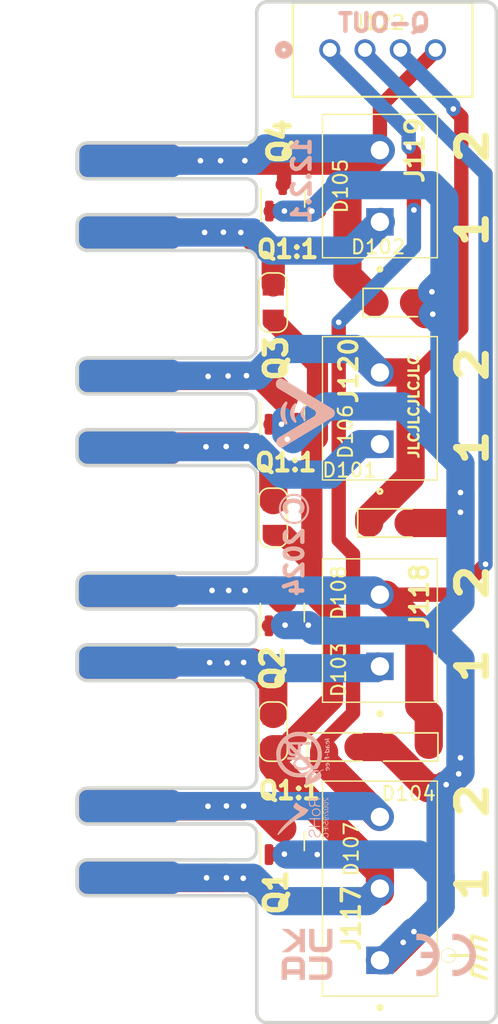
<source format=kicad_pcb>
(kicad_pcb (version 20221018) (generator pcbnew)
  (layers (0 "F.Cu" signal) (31 "B.Cu" signal) (34 "B.Paste" user) (35 "F.Paste" user) (36 "B.SilkS" user "B.Silkscreen") (37 "F.SilkS" user "F.Silkscreen") (38 "B.Mask" user) (39 "F.Mask" user) (44 "Edge.Cuts" user))
  (net 0 "")
  (net 1 "Net-(J102-Pin_1)")
  (net 2 "Net-(J103-Pin_1)")
  (net 3 "Net-(J104-Pin_1)")
  (net 4 "Net-(J105-Pin_1)")
  (net 5 "Net-(J101-Pin_1)")
  (net 6 "GNDPWR")
  (net 7 "Net-(J106-Pin_1)")
  (net 8 "Net-(J114-Pin_1)")
  (net 9 "Net-(J113-Pin_1)")
  (footprint "PCB_FOOTPRINT_Library:SolderJumper-2_P2.6mm_Open_RoundedPad2.0x3mm" (layer "F.Cu") (at 168.2 95.3 90)
    (fp_text reference "JP101" hide)
    (fp_text value "SolderJumper_2_Open_PCB")
  )
  (footprint "PCB_FOOTPRINT_Library:Conn_pin_PLC" (layer "F.Cu") (at 158.165361 54.839351)
    (fp_text reference "J108" hide)
    (fp_text value "Conn_01x01_PAD" hide)
  )
  (footprint "Package_TO_SOT_SMD:SOT-23" (layer "F.Cu") (at 168.871369 57.477849 90)
    (fp_text reference "D105")
    (fp_text value "BAT54C")
  )
  (footprint "Package_TO_SOT_SMD:SOT-23" (layer "F.Cu") (at 168.844 72.583 90)
    (fp_text reference "D106")
    (fp_text value "BAT54C")
  )
  (footprint "PCB_FOOTPRINT_Library:Conn_pin_PLC" (layer "F.Cu") (at 158.153763 90.41902)
    (fp_text reference "J105" hide)
    (fp_text value "Conn_01x01_PAD" hide)
  )
  (footprint "Diode_SMD:D_SOD-123F" (layer "F.Cu") (at 176.403 80.518)
    (fp_text reference "D101")
    (fp_text value "SMF24CA")
  )
  (footprint "PCB_FOOTPRINT_Library:Conn_pin_PLC" (layer "F.Cu") (at 158.159672 59.918939)
    (fp_text reference "J101" hide)
    (fp_text value "Conn_01x01_PAD" hide)
  )
  (footprint "PCB_FOOTPRINT_Library:Conn_pin_PLC" (layer "F.Cu") (at 158.148266 105.653999)
    (fp_text reference "J109" hide)
    (fp_text value "Conn_01x01_PAD" hide)
  )
  (footprint "Diode_SMD:D_SOD-123F" (layer "F.Cu") (at 177.676 96.393 180)
    (fp_text reference "D104")
    (fp_text value "SMF24CA")
  )
  (footprint "PCB_FOOTPRINT_Library:Conn_pin_PLC" (layer "F.Cu") (at 158.153068 75.17454)
    (fp_text reference "J115" hide)
    (fp_text value "Conn_01x01_PAD" hide)
  )
  (footprint "Package_TO_SOT_SMD:SOT-23" (layer "F.Cu") (at 168.844 86.868 90)
    (fp_text reference "D108")
    (fp_text value "BAT54C")
  )
  (footprint "PCB_FOOTPRINT_Library:Conn_pin_PLC" (layer "F.Cu") (at 158.144199 85.326469)
    (fp_text reference "J106" hide)
    (fp_text value "Conn_01x01_PAD" hide)
  )
  (footprint "PCB_FOOTPRINT_Library:1729128" (layer "F.Cu") (at 175.768 90.678 90)
    (fp_text reference "J118")
    (fp_text value "XY128V-A-5.08-2P" hide)
  )
  (footprint "Package_TO_SOT_SMD:SOT-23" (layer "F.Cu") (at 168.844 103.0755 90)
    (fp_text reference "D107")
    (fp_text value "BAT54C")
  )
  (footprint "PCB_FOOTPRINT_Library:Conn_pin_PLC" (layer "F.Cu") (at 158.150712 100.565452)
    (fp_text reference "J110" hide)
    (fp_text value "Conn_01x01_PAD" hide)
  )
  (footprint "PCB_FOOTPRINT_Library:1729128" (layer "F.Cu") (at 175.768 74.93 90)
    (fp_text reference "J120")
    (fp_text value "XY128V-A-5.08-2P" hide)
  )
  (footprint "PCB_FOOTPRINT_Library:SolderJumper-2_P2.6mm_Open_RoundedPad2.0x3mm" (layer "F.Cu") (at 168.2 64.9 90)
    (fp_text reference "JP103" hide)
    (fp_text value "SolderJumper_2_Open_PCB")
  )
  (footprint "Diode_SMD:D_SOD-123F" (layer "F.Cu") (at 172.847 96.393)
    (fp_text reference "D103")
    (fp_text value "SMF24CA")
  )
  (footprint "PCB_FOOTPRINT_Library:SolderJumper-2_P2.6mm_Open_RoundedPad2.0x3mm" (layer "F.Cu") (at 168.2 80.15 90)
    (fp_text reference "JP102" hide)
    (fp_text value "SolderJumper_2_Open_PCB")
  )
  (footprint "Diode_SMD:D_SOD-123F" (layer "F.Cu") (at 176.784 64.897)
    (fp_text reference "D102")
    (fp_text value "SMF24CA")
  )
  (footprint "PCB_FOOTPRINT_Library:XY128V-A-5.08-3P" (layer "F.Cu") (at 175.768 111.506 90)
    (fp_text reference "J117")
    (fp_text value "XY128V-A-5.08-3P" hide)
  )
  (footprint "PCB_FOOTPRINT_Library:Conn_pin_PLC" (layer "F.Cu") (at 158.149695 70.094)
    (fp_text reference "J114" hide)
    (fp_text value "Conn_01x01_PAD" hide)
  )
  (footprint "PCB_FOOTPRINT_Library:1729128" (layer "F.Cu") (at 175.768 59.182 90)
    (fp_text reference "J119")
    (fp_text value "XY128V-A-5.08-2P" hide)
  )
  (footprint "PCB_FOOTPRINT_Library:CONN_B04B-XASK-1_JST" (layer "F.Cu") (at 172.212 46.99 180)
    (fp_text reference "J122")
    (fp_text value "B04B-XASK-1")
  )
  (footprint "LOGO" (layer "B.Cu") (at 170.307 99.06 -90)
    (fp_text reference "G***" hide)
    (fp_text value "LOGO" hide)
  )
  (footprint "PCB_FOOTPRINT_Library:Conn_pin_PLC" (layer "B.Cu") (at 157.9405 100.574912 180)
    (fp_text reference "J104" hide)
    (fp_text value "Conn_01x01_PAD" hide)
  )
  (footprint "PCB_FOOTPRINT_Library:Conn_pin_PLC" (layer "B.Cu") (at 157.920226 85.318358 180)
    (fp_text reference "J112" hide)
    (fp_text value "Conn_01x01_PAD" hide)
  )
  (footprint "PCB_FOOTPRINT_Library:Conn_pin_PLC" (layer "B.Cu") (at 157.949111 54.849956 180)
    (fp_text reference "J102" hide)
    (fp_text value "Conn_01x01_PAD" hide)
  )
  (footprint "LOGO" (layer "B.Cu") (at 170.561 111.125 180)
    (fp_text reference "G***" hide)
    (fp_text value "LOGO" hide)
  )
  (footprint "PCB_FOOTPRINT_Library:Conn_pin_PLC" (layer "B.Cu") (at 157.927756 70.087922 180)
    (fp_text reference "J116" hide)
    (fp_text value "Conn_01x01_PAD" hide)
  )
  (footprint "PCB_FOOTPRINT_Library:Conn_pin_PLC" (layer "B.Cu") (at 157.934463 105.648939 180)
    (fp_text reference "J103" hide)
    (fp_text value "Conn_01x01_PAD" hide)
  )
  (footprint "LOGO" (layer "B.Cu") (at 180.140124 111.271856 180)
    (fp_text reference "G***" hide)
    (fp_text value "LOGO" hide)
  )
  (footprint "PCB_FOOTPRINT_Library:Conn_pin_PLC" (layer "B.Cu") (at 157.933253 90.401408 180)
    (fp_text reference "J111" hide)
    (fp_text value "Conn_01x01_PAD" hide)
  )
  (footprint "PCB_FOOTPRINT_Library:Conn_pin_PLC" (layer "B.Cu") (at 157.922974 59.921106 180)
    (fp_text reference "J107" hide)
    (fp_text value "Conn_01x01_PAD" hide)
  )
  (footprint "PCB_FOOTPRINT_Library:Conn_pin_PLC" (layer "B.Cu") (at 157.912541 75.164459 180)
    (fp_text reference "J113" hide)
    (fp_text value "Conn_01x01_PAD" hide)
  )
  (gr_poly (pts (xy 168.713787 72.666424) (xy 168.718309 72.607629) (xy 168.725743 72.549945) (xy 168.736006 72.493454) (xy 168.749016 72.438235) (xy 168.764689 72.384371) (xy 168.782942 72.331942) (xy 168.803692 72.281029) (xy 168.826856 72.231714) (xy 168.85235 72.184078) (xy 168.880092 72.138202) (xy 168.909999 72.094166) (xy 168.941986 72.052053) (xy 168.975972 72.011942) (xy 169.011873 71.973916) (xy 169.049606 71.938055) (xy 169.049606 71.936864) (xy 169.056139 71.931026) (xy 169.062876 71.925132) (xy 169.076593 71.91325) (xy 169.076897 71.913023) (xy 169.077207 71.912803) (xy 169.077522 71.912592) (xy 169.077842 71.912389) (xy 169.078167 71.912195) (xy 169.078498 71.912009) (xy 169.078833 71.911831) (xy 169.079173 71.911662) (xy 169.081219 71.910564) (xy 169.083294 71.909528) (xy 169.085395 71.908554) (xy 169.087522 71.907643) (xy 169.089673 71.906795) (xy 169.091845 71.90601) (xy 169.094039 71.905289) (xy 169.096253 71.904633) (xy 169.098484 71.904041) (xy 169.100733 71.903514) (xy 169.102996 71.903053) (xy 169.105274 71.902657) (xy 169.107564 71.902328) (xy 169.109865 71.902065) (xy 169.112176 71.901869) (xy 169.114495 71.901741) (xy 169.118787 71.901861) (xy 169.12303 71.902218) (xy 169.12722 71.902806) (xy 169.131351 71.903621) (xy 169.13542 71.904657) (xy 169.139423 71.90591) (xy 169.143355 71.907373) (xy 169.147212 71.909043) (xy 169.15099 71.910913) (xy 169.154685 71.912979) (xy 169.158292 71.915236) (xy 169.161808 71.917678) (xy 169.165228 71.920301) (xy 169.168547 71.923099) (xy 169.171763 71.926067) (xy 169.174869 71.9292) (xy 169.177863 71.932493) (xy 169.18074 71.93594) (xy 169.183496 71.939538) (xy 169.186126 71.943279) (xy 169.188627 71.94716) (xy 169.190993 71.951176) (xy 169.193222 71.95532) (xy 169.195308 71.959589) (xy 169.197248 71.963976) (xy 169.199037 71.968477) (xy 169.200672 71.973087) (xy 169.202147 71.9778) (xy 169.203458 71.982612) (xy 169.204603 71.987517) (xy 169.205575 71.99251) (xy 169.206371 71.997586) (xy 169.206913 72.000307) (xy 169.207378 72.003041) (xy 169.207767 72.005785) (xy 169.208079 72.008539) (xy 169.208314 72.0113) (xy 169.208471 72.014067) (xy 169.208551 72.016839) (xy 169.208554 72.019613) (xy 169.208554 72.022986) (xy 169.208514 72.025107) (xy 169.208428 72.027226) (xy 169.208297 72.029342) (xy 169.208121 72.031454) (xy 169.2079 72.033562) (xy 169.207634 72.035665) (xy 169.207323 72.037762) (xy 169.206967 72.039853) (xy 169.206944 72.040707) (xy 169.20688 72.041557) (xy 169.20678 72.042402) (xy 169.206647 72.043246) (xy 169.206488 72.044086) (xy 169.206307 72.044925) (xy 169.2059 72.0466) (xy 169.205041 72.049955) (xy 169.204846 72.050798) (xy 169.204669 72.051644) (xy 169.204514 72.052494) (xy 169.204387 72.053347) (xy 169.20141 72.062872) (xy 169.201043 72.064043) (xy 169.200653 72.065206) (xy 169.20024 72.06636) (xy 169.199804 72.067507) (xy 169.199346 72.068644) (xy 169.198866 72.069772) (xy 169.198363 72.070891) (xy 169.197838 72.072) (xy 169.196498 72.074418) (xy 169.195192 72.076854) (xy 169.193923 72.079309) (xy 169.192689 72.081781) (xy 169.191491 72.084271) (xy 169.190329 72.086779) (xy 169.189204 72.089303) (xy 169.188115 72.091844) (xy 169.187665 72.09273) (xy 169.187195 72.093604) (xy 169.186704 72.094467) (xy 169.186193 72.095317) (xy 169.185661 72.096155) (xy 169.18511 72.09698) (xy 169.184539 72.097792) (xy 169.183948 72.098591) (xy 169.182593 72.100511) (xy 169.181206 72.102407) (xy 169.179788 72.10428) (xy 169.178339 72.106129) (xy 169.17686 72.107953) (xy 169.17535 72.109753) (xy 169.17381 72.111527) (xy 169.17224 72.113276) (xy 169.173108 72.112486) (xy 169.173963 72.111684) (xy 169.174806 72.110869) (xy 169.175636 72.110041) (xy 169.176453 72.109201) (xy 169.177257 72.108349) (xy 169.178047 72.107485) (xy 169.178824 72.106608) (xy 169.179588 72.10572) (xy 169.180338 72.104821) (xy 169.181074 72.103909) (xy 169.181796 72.102987) (xy 169.182504 72.102053) (xy 169.183198 72.101108) (xy 169.183878 72.100152) (xy 169.184543 72.099186) (xy 169.169206 72.132038) (xy 169.154688 72.165906) (xy 169.141012 72.200751) (xy 169.128202 72.236539) (xy 169.116282 72.273232) (xy 169.105275 72.310795) (xy 169.095204 72.349191) (xy 169.086093 72.388384) (xy 169.077966 72.428337) (xy 169.070847 72.469014) (xy 169.064758 72.510379) (xy 169.059723 72.552396) (xy 169.055766 72.595027) (xy 169.05291 72.638237) (xy 169.05118 72.68199) (xy 169.050598 72.726249) (xy 169.05121 72.771406) (xy 169.053028 72.816066) (xy 169.056028 72.860187) (xy 169.060182 72.903726) (xy 169.065465 72.946642) (xy 169.071851 72.988893) (xy 169.079315 73.030437) (xy 169.08783 73.071232) (xy 169.09737 73.111237) (xy 169.10791 73.150409) (xy 169.119424 73.188706) (xy 169.131886 73.226088) (xy 169.14527 73.262511) (xy 169.15955 73.297935) (xy 169.1747 73.332316) (xy 169.190695 73.365614) (xy 169.191094 73.366199) (xy 169.191482 73.366791) (xy 169.191859 73.36739) (xy 169.192224 73.367996) (xy 169.192576 73.368608) (xy 169.192918 73.369227) (xy 169.193247 73.369852) (xy 169.193564 73.370484) (xy 169.193869 73.371121) (xy 169.194161 73.371764) (xy 169.194442 73.372413) (xy 169.19471 73.373067) (xy 169.194965 73.373727) (xy 169.195208 73.374391) (xy 169.195438 73.37506) (xy 169.195656 73.375734) (xy 169.197237 73.379142) (xy 169.198718 73.382588) (xy 169.200097 73.386071) (xy 169.201374 73.389589) (xy 169.202549 73.393139) (xy 169.20362 73.39672) (xy 169.204588 73.400328) (xy 169.205452 73.403961) (xy 169.206211 73.407618) (xy 169.206865 73.411296) (xy 169.207413 73.414993) (xy 169.207856 73.418706) (xy 169.208192 73.422433) (xy 169.20842 73.426173) (xy 169.208541 73.429922) (xy 169.208554 73.433678) (xy 169.208434 73.439668) (xy 169.208076 73.445577) (xy 169.207487 73.451399) (xy 169.206672 73.457126) (xy 169.20439 73.468266) (xy 169.201277 73.478941) (xy 169.197379 73.489092) (xy 169.192742 73.498663) (xy 169.187415 73.507595) (xy 169.181443 73.515831) (xy 169.178229 73.519671) (xy 169.174873 73.523314) (xy 169.171378 73.526755) (xy 169.167752 73.529986) (xy 169.164 73.533) (xy 169.160128 73.53579) (xy 169.156141 73.538348) (xy 169.152046 73.540667) (xy 169.147848 73.54274) (xy 169.143554 73.544561) (xy 169.139168 73.546121) (xy 169.134698 73.547413) (xy 169.130148 73.548431) (xy 169.125525 73.549167) (xy 169.120834 73.549614) (xy 169.116082 73.549764) (xy 169.113208 73.549668) (xy 169.110346 73.549468) (xy 169.107498 73.549165) (xy 169.104668 73.548761) (xy 169.101857 73.548255) (xy 169.09907 73.54765) (xy 169.096307 73.546945) (xy 169.093573 73.546142) (xy 169.090869 73.545241) (xy 169.088198 73.544243) (xy 169.085563 73.54315) (xy 169.082967 73.541961) (xy 169.080412 73.540678) (xy 169.077901 73.539301) (xy 169.075437 73.537832) (xy 169.073021 73.53627) (xy 169.070714 73.534318) (xy 169.068408 73.532333) (xy 169.063794 73.528283) (xy 169.05918 73.52416) (xy 169.054567 73.519999) (xy 169.016386 73.484075) (xy 168.980036 73.445872) (xy 168.945605 73.405488) (xy 168.91318 73.363019) (xy 168.882847 73.318563) (xy 168.854695 73.272217) (xy 168.82881 73.224079) (xy 168.805279 73.174246) (xy 168.784191 73.122815) (xy 168.765631 73.069885) (xy 168.749687 73.015551) (xy 168.736446 72.959912) (xy 168.725996 72.903065) (xy 168.718424 72.845107) (xy 168.713817 72.786136) (xy 168.712262 72.726249)) (fill solid) (layer "B.SilkS"))
  (gr_line (start 171.269526 72.549242) (end 171.24492 72.532971) (stroke (width 0.00496)) (layer "B.SilkS"))
  (gr_circle (center 169.672 79.518) (end 170.672 79.518) (stroke (width 0.15)) (fill none) (layer "B.SilkS"))
  (gr_poly (pts (xy 168.382459 70.660515) (xy 168.38292 70.64073) (xy 168.384289 70.621205) (xy 168.386543 70.601963) (xy 168.389658 70.583029) (xy 168.393614 70.564426) (xy 168.398386 70.546179) (xy 168.403952 70.528312) (xy 168.41029 70.510849) (xy 168.417376 70.493815) (xy 168.425189 70.477234) (xy 168.433705 70.461129) (xy 168.442902 70.445525) (xy 168.452757 70.430447) (xy 168.463247 70.415918) (xy 168.47435 70.401963) (xy 168.486043 70.388606) (xy 168.498304 70.37587) (xy 168.511109 70.363781) (xy 168.524437 70.352363) (xy 168.538263 70.341639) (xy 168.552567 70.331634) (xy 168.567324 70.322372) (xy 168.582513 70.313877) (xy 168.598111 70.306173) (xy 168.614094 70.299286) (xy 168.630441 70.293238) (xy 168.647129 70.288054) (xy 168.664135 70.283758) (xy 168.681436 70.280375) (xy 168.699009 70.277929) (xy 168.716833 70.276443) (xy 168.734884 70.275943) (xy 168.743619 70.276046) (xy 168.752336 70.276384) (xy 168.761032 70.276954) (xy 168.769702 70.277757) (xy 168.778341 70.27879) (xy 168.786944 70.280054) (xy 168.795508 70.281546) (xy 168.804027 70.283266) (xy 168.812497 70.285213) (xy 168.820913 70.287387) (xy 168.829271 70.289785) (xy 168.837566 70.292407) (xy 168.845794 70.295252) (xy 168.85395 70.298319) (xy 168.862029 70.301608) (xy 168.870027 70.305116) (xy 168.936099 70.3448) (xy 172.192062 72.298219) (xy 172.375418 72.408749) (xy 172.411335 72.43018) (xy 172.413915 72.431767) (xy 172.431861 72.445374) (xy 172.448845 72.459942) (xy 172.464839 72.475417) (xy 172.479818 72.491747) (xy 172.493753 72.508881) (xy 172.506619 72.526766) (xy 172.518387 72.545348) (xy 172.529031 72.564577) (xy 172.538525 72.584399) (xy 172.546839 72.604763) (xy 172.553949 72.625615) (xy 172.559827 72.646904) (xy 172.564446 72.668577) (xy 172.567778 72.690582) (xy 172.569797 72.712866) (xy 172.570476 72.735377) (xy 172.569797 72.757888) (xy 172.567778 72.780172) (xy 172.564446 72.802176) (xy 172.559827 72.823849) (xy 172.553949 72.845138) (xy 172.546839 72.865991) (xy 172.538525 72.886354) (xy 172.529031 72.906176) (xy 172.518387 72.925405) (xy 172.506619 72.943988) (xy 172.493753 72.961872) (xy 172.479818 72.979006) (xy 172.464839 72.995336) (xy 172.448845 73.010812) (xy 172.431861 73.025379) (xy 172.413915 73.038986) (xy 172.413577 73.039187) (xy 172.413244 73.039394) (xy 172.412915 73.039608) (xy 172.41259 73.039828) (xy 172.412269 73.040054) (xy 172.411953 73.040287) (xy 172.411642 73.040527) (xy 172.411335 73.040772) (xy 172.375418 73.062203) (xy 172.191665 73.172534) (xy 168.967651 75.107102) (xy 168.912684 75.140241) (xy 168.904338 75.14418) (xy 168.895897 75.147876) (xy 168.887364 75.151328) (xy 168.878746 75.154534) (xy 168.870047 75.157493) (xy 168.861274 75.160203) (xy 168.852431 75.162664) (xy 168.843524 75.164875) (xy 168.834558 75.166833) (xy 168.825539 75.168538) (xy 168.816472 75.169989) (xy 168.807362 75.171183) (xy 168.798215 75.172121) (xy 168.789035 75.172801) (xy 168.77983 75.173221) (xy 168.770603 75.17338) (xy 168.752446 75.172878) (xy 168.73453 75.171389) (xy 168.716874 75.168937) (xy 168.699503 75.165545) (xy 168.682437 75.161239) (xy 168.6657 75.156043) (xy 168.649312 75.14998) (xy 168.633296 75.143075) (xy 168.617675 75.135352) (xy 168.602469 75.126835) (xy 168.587703 75.117548) (xy 168.573396 75.107516) (xy 168.559572 75.096763) (xy 168.546253 75.085313) (xy 168.53346 75.073191) (xy 168.521216 75.060419) (xy 168.509543 75.047023) (xy 168.498463 75.033028) (xy 168.487999 75.018456) (xy 168.478171 75.003332) (xy 168.469002 74.987681) (xy 168.460515 74.971526) (xy 168.452732 74.954892) (xy 168.445674 74.937803) (xy 168.439363 74.920284) (xy 168.433822 74.902358) (xy 168.429073 74.884049) (xy 168.425138 74.865382) (xy 168.422039 74.846382) (xy 168.419798 74.827071) (xy 168.418438 74.807475) (xy 168.417979 74.787617) (xy 168.41835 74.765359) (xy 168.41995 74.743278) (xy 168.422757 74.72142) (xy 168.426751 74.699831) (xy 168.43191 74.678556) (xy 168.438215 74.65764) (xy 168.445644 74.637129) (xy 168.454177 74.617069) (xy 168.463792 74.597504) (xy 168.474469 74.57848) (xy 168.486187 74.560044) (xy 168.498925 74.542239) (xy 168.512663 74.525113) (xy 168.527379 74.508709) (xy 168.543053 74.493074) (xy 168.559663 74.478253) (xy 168.560656 74.478253) (xy 168.644793 74.427056) (xy 171.082003 72.964572) (xy 171.088407 72.961685) (xy 171.094706 72.95859) (xy 171.100896 72.955288) (xy 171.106971 72.951784) (xy 171.112926 72.94808) (xy 171.118757 72.944179) (xy 171.124458 72.940084) (xy 171.130024 72.935799) (xy 171.140769 72.926479) (xy 171.150938 72.916641) (xy 171.160516 72.906312) (xy 171.169491 72.895519) (xy 171.177849 72.88429) (xy 171.185576 72.872653) (xy 171.192659 72.860635) (xy 171.199086 72.848263) (xy 171.204841 72.835566) (xy 171.209913 72.82257) (xy 171.214287 72.809304) (xy 171.217951 72.795794) (xy 171.220891 72.782069) (xy 171.223093 72.768155) (xy 171.224544 72.754081) (xy 171.225231 72.739874) (xy 171.225143 72.72565) (xy 171.224285 72.711528) (xy 171.222671 72.697534) (xy 171.220312 72.683697) (xy 171.21722 72.670045) (xy 171.213409 72.656606) (xy 171.208889 72.643408) (xy 171.203673 72.63048) (xy 171.197773 72.617849) (xy 171.191202 72.605543) (xy 171.183972 72.593591) (xy 171.176095 72.58202) (xy 171.167582 72.570859) (xy 171.158448 72.560135) (xy 171.148702 72.549878) (xy 171.138359 72.540114) (xy 171.110379 72.522057) (xy 171.087162 72.506975) (xy 171.083258 72.505192) (xy 171.079299 72.503428) (xy 171.075302 72.501701) (xy 171.071287 72.50003) (xy 168.587643 71.009963) (xy 168.575733 71.00333) (xy 168.564117 70.996318) (xy 168.552803 70.988939) (xy 168.541796 70.981202) (xy 168.531101 70.973117) (xy 168.520726 70.964695) (xy 168.510675 70.955945) (xy 168.500956 70.946878) (xy 168.491573 70.937504) (xy 168.482533 70.927833) (xy 168.473842 70.917875) (xy 168.465506 70.907641) (xy 168.45753 70.897141) (xy 168.449921 70.886384) (xy 168.442685 70.875381) (xy 168.435827 70.864142) (xy 168.429354 70.852677) (xy 168.423271 70.840996) (xy 168.417585 70.82911) (xy 168.412301 70.817029) (xy 168.407426 70.804763) (xy 168.402965 70.792321) (xy 168.398925 70.779715) (xy 168.39531 70.766954) (xy 168.392128 70.754048) (xy 168.389385 70.741008) (xy 168.387085 70.727844) (xy 168.385236 70.714566) (xy 168.383842 70.701183) (xy 168.382911 70.687707) (xy 168.382448 70.674148)) (fill solid) (layer "B.SilkS"))
  (gr_poly (pts (xy 170.137203 72.688623) (xy 170.140615 72.652797) (xy 170.146221 72.617633) (xy 170.153957 72.583182) (xy 170.163756 72.549496) (xy 170.175554 72.516627) (xy 170.189285 72.484627) (xy 170.204884 72.453546) (xy 170.222285 72.423438) (xy 170.241422 72.394354) (xy 170.262231 72.366345) (xy 170.284646 72.339463) (xy 170.308602 72.313761) (xy 170.334033 72.289289) (xy 170.360874 72.2661) (xy 170.389059 72.244245) (xy 170.408902 72.229759) (xy 170.410887 72.229759) (xy 170.412486 72.22904) (xy 170.4141 72.228359) (xy 170.415728 72.227718) (xy 170.41737 72.227116) (xy 170.419025 72.226553) (xy 170.420692 72.226029) (xy 170.42237 72.225546) (xy 170.42406 72.225102) (xy 170.425759 72.224699) (xy 170.427467 72.224335) (xy 170.429185 72.224013) (xy 170.43091 72.22373) (xy 170.432642 72.223489) (xy 170.43438 72.223288) (xy 170.436125 72.223129) (xy 170.437874 72.223011) (xy 170.441067 72.223082) (xy 170.444226 72.223294) (xy 170.44735 72.223645) (xy 170.450435 72.224132) (xy 170.453477 72.224752) (xy 170.456473 72.225502) (xy 170.459419 72.226379) (xy 170.462313 72.227381) (xy 170.465151 72.228504) (xy 170.467929 72.229746) (xy 170.470644 72.231104) (xy 170.473292 72.232575) (xy 170.475871 72.234157) (xy 170.478377 72.235845) (xy 170.480807 72.237639) (xy 170.483157 72.239533) (xy 170.485423 72.241527) (xy 170.487603 72.243617) (xy 170.489692 72.245799) (xy 170.491689 72.248073) (xy 170.493588 72.250433) (xy 170.495388 72.252878) (xy 170.497084 72.255405) (xy 170.498673 72.25801) (xy 170.500151 72.260692) (xy 170.501516 72.263446) (xy 170.502764 72.266272) (xy 170.503892 72.269164) (xy 170.504895 72.272121) (xy 170.505771 72.27514) (xy 170.506517 72.278218) (xy 170.507129 72.281352) (xy 170.507471 72.283017) (xy 170.507765 72.284691) (xy 170.508011 72.286372) (xy 170.508209 72.288059) (xy 170.508359 72.289751) (xy 170.50846 72.291446) (xy 170.508514 72.293145) (xy 170.508518 72.294846) (xy 170.508518 72.296036) (xy 170.508614 72.297324) (xy 170.508683 72.298614) (xy 170.508725 72.299905) (xy 170.508738 72.301196) (xy 170.508725 72.302487) (xy 170.508683 72.303777) (xy 170.508614 72.305067) (xy 170.508518 72.306355) (xy 170.508216 72.307358) (xy 170.50793 72.308366) (xy 170.507658 72.309377) (xy 170.507402 72.310393) (xy 170.507162 72.311412) (xy 170.506937 72.312435) (xy 170.506728 72.313461) (xy 170.506534 72.314491) (xy 170.504152 72.320444) (xy 170.503896 72.321168) (xy 170.503621 72.321884) (xy 170.503326 72.322592) (xy 170.503013 72.323292) (xy 170.502681 72.323983) (xy 170.50233 72.324665) (xy 170.50196 72.325338) (xy 170.501573 72.326) (xy 170.500557 72.327415) (xy 170.499588 72.328831) (xy 170.498657 72.330252) (xy 170.497753 72.331681) (xy 170.495992 72.334567) (xy 170.494231 72.33751) (xy 170.493876 72.338061) (xy 170.493508 72.338605) (xy 170.493129 72.339139) (xy 170.492737 72.339665) (xy 170.492334 72.340182) (xy 170.491919 72.34069) (xy 170.491493 72.341188) (xy 170.491055 72.341677) (xy 170.490031 72.342857) (xy 170.488987 72.344019) (xy 170.487923 72.345163) (xy 170.48684 72.34629) (xy 170.485739 72.347397) (xy 170.484619 72.348486) (xy 170.483481 72.349556) (xy 170.482324 72.350607) (xy 170.48296 72.350148) (xy 170.483587 72.349678) (xy 170.484207 72.349198) (xy 170.484818 72.348708) (xy 170.48542 72.348208) (xy 170.486014 72.347697) (xy 170.486599 72.347177) (xy 170.487175 72.346648) (xy 170.487743 72.346108) (xy 170.488301 72.34556) (xy 170.48885 72.345001) (xy 170.489389 72.344434) (xy 170.48992 72.343857) (xy 170.49044 72.343272) (xy 170.490951 72.342677) (xy 170.491452 72.342074) (xy 170.467646 72.387701) (xy 170.447059 72.43443) (xy 170.429688 72.4821) (xy 170.415535 72.530552) (xy 170.404596 72.579624) (xy 170.396873 72.629158) (xy 170.392363 72.678992) (xy 170.391065 72.728966) (xy 170.392979 72.778921) (xy 170.398103 72.828695) (xy 170.406437 72.87813) (xy 170.417979 72.927064) (xy 170.432729 72.975337) (xy 170.450686 73.02279) (xy 170.471848 73.069261) (xy 170.496215 73.114591) (xy 170.49677 73.115306) (xy 170.497302 73.116037) (xy 170.497811 73.116785) (xy 170.498295 73.117548) (xy 170.498755 73.118325) (xy 170.49919 73.119118) (xy 170.4996 73.119924) (xy 170.499985 73.120743) (xy 170.501137 73.122777) (xy 170.502218 73.124846) (xy 170.503226 73.126946) (xy 170.504161 73.129076) (xy 170.505023 73.131233) (xy 170.505811 73.133417) (xy 170.506524 73.135625) (xy 170.507163 73.137855) (xy 170.507726 73.140106) (xy 170.508213 73.142374) (xy 170.508623 73.144659) (xy 170.508957 73.146959) (xy 170.509213 73.149271) (xy 170.509391 73.151594) (xy 170.50949 73.153925) (xy 170.50951 73.156263) (xy 170.509463 73.159744) (xy 170.509245 73.163203) (xy 170.508858 73.166635) (xy 170.508303 73.170033) (xy 170.507584 73.173392) (xy 170.506703 73.176706) (xy 170.505662 73.179969) (xy 170.504464 73.183176) (xy 170.50311 73.186321) (xy 170.501604 73.189397) (xy 170.499947 73.192399) (xy 170.498142 73.195322) (xy 170.496191 73.198159) (xy 170.494096 73.200904) (xy 170.491861 73.203553) (xy 170.489486 73.206098) (xy 170.486988 73.208523) (xy 170.484384 73.210811) (xy 170.481681 73.212959) (xy 170.478883 73.214966) (xy 170.475996 73.216829) (xy 170.473028 73.218545) (xy 170.469982 73.220112) (xy 170.466865 73.221527) (xy 170.463682 73.222789) (xy 170.46044 73.223894) (xy 170.457144 73.224841) (xy 170.4538 73.225626) (xy 170.450414 73.226247) (xy 170.446991 73.226703) (xy 170.443536 73.22699) (xy 170.440057 73.227105) (xy 170.437952 73.227059) (xy 170.435853 73.226948) (xy 170.433761 73.226772) (xy 170.431679 73.226531) (xy 170.429606 73.226227) (xy 170.427546 73.225859) (xy 170.425499 73.225429) (xy 170.423466 73.224935) (xy 170.42145 73.224379) (xy 170.419451 73.223761) (xy 170.417471 73.223081) (xy 170.415512 73.22234) (xy 170.413575 73.221538) (xy 170.411661 73.220676) (xy 170.409773 73.219753) (xy 170.40791 73.218771) (xy 170.40619 73.217628) (xy 170.404456 73.216439) (xy 170.402713 73.215213) (xy 170.400965 73.213959) (xy 170.397474 73.211404) (xy 170.39402 73.208849) (xy 170.365321 73.186928) (xy 170.337983 73.16362) (xy 170.312074 73.138984) (xy 170.28766 73.113081) (xy 170.264811 73.08597) (xy 170.243593 73.057711) (xy 170.224074 73.028362) (xy 170.206323 72.997984) (xy 170.190406 72.966637) (xy 170.176391 72.934379) (xy 170.164347 72.901271) (xy 170.154341 72.867372) (xy 170.146441 72.832742) (xy 170.140714 72.79744) (xy 170.138686 72.779555) (xy 170.137228 72.761525) (xy 170.136347 72.743357) (xy 170.136051 72.725058)) (fill solid) (layer "B.SilkS"))
  (gr_poly (pts (xy 169.398568 72.681114) (xy 169.402299 72.633533) (xy 169.408586 72.586435) (xy 169.417383 72.539913) (xy 169.428648 72.494063) (xy 169.442337 72.448979) (xy 169.458408 72.404756) (xy 169.476817 72.361488) (xy 169.49752 72.31927) (xy 169.520475 72.278197) (xy 169.545638 72.238363) (xy 169.572966 72.199862) (xy 169.602415 72.162789) (xy 169.633943 72.127239) (xy 169.667505 72.093307) (xy 169.70306 72.061087) (xy 169.709081 72.056144) (xy 169.715214 72.051165) (xy 169.721422 72.046185) (xy 169.727666 72.041243) (xy 169.727783 72.041129) (xy 169.727903 72.041018) (xy 169.728026 72.040911) (xy 169.728152 72.040807) (xy 169.72828 72.040707) (xy 169.728412 72.040611) (xy 169.728545 72.040518) (xy 169.728681 72.040428) (xy 169.72882 72.040343) (xy 169.72896 72.040261) (xy 169.729103 72.040183) (xy 169.729248 72.04011) (xy 169.729396 72.04004) (xy 169.729545 72.039974) (xy 169.729696 72.039912) (xy 169.729849 72.039854) (xy 169.731783 72.038863) (xy 169.73374 72.037927) (xy 169.73572 72.037046) (xy 169.737721 72.03622) (xy 169.739743 72.03545) (xy 169.741784 72.034735) (xy 169.743843 72.034076) (xy 169.745919 72.033474) (xy 169.74801 72.032929) (xy 169.750116 72.03244) (xy 169.752235 72.032009) (xy 169.754366 72.031636) (xy 169.756508 72.03132) (xy 169.75866 72.031063) (xy 169.76082 72.030865) (xy 169.762988 72.030725) (xy 169.767083 72.031065) (xy 169.771124 72.031586) (xy 169.775107 72.032285) (xy 169.779027 72.033157) (xy 169.782881 72.034198) (xy 169.786665 72.035404) (xy 169.790373 72.036771) (xy 169.794003 72.038296) (xy 169.797549 72.039973) (xy 169.801008 72.041799) (xy 169.804376 72.043771) (xy 169.807647 72.045883) (xy 169.810819 72.048132) (xy 169.813887 72.050514) (xy 169.816846 72.053025) (xy 169.819693 72.05566) (xy 169.822423 72.058416) (xy 169.825032 72.061289) (xy 169.827517 72.064274) (xy 169.829872 72.067368) (xy 169.832093 72.070567) (xy 169.834178 72.073866) (xy 169.83612 72.077261) (xy 169.837916 72.080749) (xy 169.839562 72.084324) (xy 169.841054 72.087985) (xy 169.842388 72.091725) (xy 169.843558 72.095542) (xy 169.844562 72.099431) (xy 169.845395 72.103388) (xy 169.846053 72.107409) (xy 169.846531 72.111489) (xy 169.846986 72.113794) (xy 169.847375 72.116109) (xy 169.847698 72.118433) (xy 169.847955 72.120765) (xy 169.848145 72.123104) (xy 169.848269 72.125447) (xy 169.848326 72.127794) (xy 169.848316 72.130143) (xy 169.848316 72.132921) (xy 169.848305 72.134719) (xy 169.848246 72.136516) (xy 169.848142 72.13831) (xy 169.847991 72.1401) (xy 169.847794 72.141886) (xy 169.847551 72.143667) (xy 169.847262 72.145441) (xy 169.846927 72.147208) (xy 169.846568 72.148608) (xy 169.846225 72.150013) (xy 169.845901 72.151421) (xy 169.845594 72.152834) (xy 169.845305 72.15425) (xy 169.845034 72.15567) (xy 169.844781 72.157093) (xy 169.844546 72.15852) (xy 169.844526 72.159071) (xy 169.844467 72.15961) (xy 169.844375 72.160138) (xy 169.844252 72.160656) (xy 169.844102 72.161166) (xy 169.843929 72.161669) (xy 169.843737 72.162167) (xy 169.843529 72.162662) (xy 169.843083 72.163645) (xy 169.842621 72.164631) (xy 169.842172 72.16563) (xy 169.841963 72.166139) (xy 169.841768 72.166655) (xy 169.841478 72.16764) (xy 169.841157 72.168614) (xy 169.840805 72.169577) (xy 169.840423 72.170528) (xy 169.84001 72.171466) (xy 169.839567 72.17239) (xy 169.839095 72.173301) (xy 169.838593 72.174196) (xy 169.83742 72.176198) (xy 169.83628 72.17819) (xy 169.835167 72.180182) (xy 169.834078 72.182183) (xy 169.833008 72.184203) (xy 169.831951 72.186251) (xy 169.830904 72.188337) (xy 169.829862 72.190468) (xy 169.829435 72.191192) (xy 169.828996 72.191908) (xy 169.828544 72.192616) (xy 169.828078 72.193315) (xy 169.8276 72.194006) (xy 169.82711 72.194688) (xy 169.826607 72.195361) (xy 169.826091 72.196024) (xy 169.824858 72.197675) (xy 169.823593 72.199302) (xy 169.822298 72.200904) (xy 169.820973 72.20248) (xy 169.819617 72.204031) (xy 169.818232 72.205556) (xy 169.816818 72.207054) (xy 169.815376 72.208526) (xy 169.816913 72.207183) (xy 169.81841 72.205796) (xy 169.819866 72.204367) (xy 169.821279 72.202897) (xy 169.822649 72.201386) (xy 169.823974 72.199836) (xy 169.825254 72.198247) (xy 169.826488 72.19662) (xy 169.811578 72.227583) (xy 169.797621 72.258928) (xy 169.78462 72.290633) (xy 169.772582 72.322676) (xy 169.761512 72.355034) (xy 169.751414 72.387685) (xy 169.742294 72.420607) (xy 169.734156 72.453779) (xy 169.727006 72.487177) (xy 169.72085 72.520779) (xy 169.715691 72.554565) (xy 169.711535 72.588511) (xy 169.708387 72.622595) (xy 169.706253 72.656795) (xy 169.705137 72.691089) (xy 169.705044 72.725455) (xy 169.705155 72.760559) (xy 169.706336 72.795586) (xy 169.70858 72.830512) (xy 169.711883 72.865314) (xy 169.716239 72.899967) (xy 169.721642 72.934448) (xy 169.728086 72.968734) (xy 169.735567 73.002801) (xy 169.744078 73.036625) (xy 169.753615 73.070182) (xy 169.76417 73.10345) (xy 169.77574 73.136404) (xy 169.788317 73.16902) (xy 169.801898 73.201276) (xy 169.816475 73.233147) (xy 169.832044 73.26461) (xy 169.832422 73.265095) (xy 169.832789 73.265587) (xy 169.833146 73.266086) (xy 169.833493 73.266593) (xy 169.833829 73.267105) (xy 169.834155 73.267625) (xy 169.834469 73.268151) (xy 169.834773 73.268683) (xy 169.835067 73.269221) (xy 169.835349 73.269765) (xy 169.83562 73.270314) (xy 169.83588 73.27087) (xy 169.836129 73.27143) (xy 169.836366 73.271996) (xy 169.836592 73.272567) (xy 169.836807 73.273143) (xy 169.838203 73.27601) (xy 169.839512 73.278912) (xy 169.840732 73.281848) (xy 169.841863 73.284816) (xy 169.842904 73.287814) (xy 169.843855 73.290839) (xy 169.844716 73.293889) (xy 169.845487 73.296963) (xy 169.846165 73.300059) (xy 169.846752 73.303174) (xy 169.847246 73.306306) (xy 169.847648 73.309454) (xy 169.847956 73.312615) (xy 169.848171 73.315787) (xy 169.848291 73.318969) (xy 169.848316 73.322157) (xy 169.848207 73.327204) (xy 169.847884 73.332183) (xy 169.847351 73.337089) (xy 169.846614 73.341914) (xy 169.845678 73.346654) (xy 169.844549 73.351302) (xy 169.843231 73.355852) (xy 169.841731 73.360297) (xy 169.840052 73.364633) (xy 169.838201 73.368852) (xy 169.836182 73.372949) (xy 169.834001 73.376918) (xy 169.831663 73.380752) (xy 169.829173 73.384446) (xy 169.826537 73.387993) (xy 169.82376 73.391387) (xy 169.820846 73.394623) (xy 169.817802 73.397694) (xy 169.814632 73.400594) (xy 169.811342 73.403317) (xy 169.807936 73.405857) (xy 169.804421 73.408208) (xy 169.800801 73.410364) (xy 169.797082 73.412319) (xy 169.793269 73.414067) (xy 169.789366 73.415601) (xy 169.78538 73.416916) (xy 169.781316 73.418005) (xy 169.777178 73.418863) (xy 169.772972 73.419483) (xy 169.768703 73.41986) (xy 169.764377 73.419987) (xy 169.761748 73.41994) (xy 169.759128 73.419801) (xy 169.756518 73.419569) (xy 169.753923 73.419246) (xy 169.751343 73.418832) (xy 169.748782 73.418328) (xy 169.746242 73.417735) (xy 169.743724 73.417053) (xy 169.741232 73.416283) (xy 169.738768 73.415425) (xy 169.736334 73.414481) (xy 169.733932 73.413451) (xy 169.731566 73.412335) (xy 169.729236 73.411135) (xy 169.726946 73.40985) (xy 169.724698 73.408483) (xy 169.72469 73.408477) (xy 169.720522 73.405166) (xy 169.716355 73.40178) (xy 169.712188 73.39832) (xy 169.708021 73.394785) (xy 169.672228 73.36283) (xy 169.638414 73.329149) (xy 169.606623 73.293834) (xy 169.576898 73.256982) (xy 169.549285 73.218686) (xy 169.523826 73.17904) (xy 169.500566 73.138138) (xy 169.47955 73.096075) (xy 169.460819 73.052945) (xy 169.44442 73.008843) (xy 169.430395 72.963862) (xy 169.41879 72.918097) (xy 169.409647 72.871643) (xy 169.40301 72.824592) (xy 169.398924 72.777041) (xy 169.397433 72.729082)) (fill solid) (layer "B.SilkS"))
  (gr_line (start 169.2 73) (end 169.232809 73.021696) (stroke (width 0.006614)) (layer "F.SilkS"))
  (gr_poly (pts (xy 180.099192 111.137671) (xy 180.101113 111.110077) (xy 180.104283 111.082974) (xy 180.108674 111.056389) (xy 180.114258 111.030351) (xy 180.121009 111.004887) (xy 180.128899 110.980026) (xy 180.137902 110.955796) (xy 180.14799 110.932224) (xy 180.159136 110.90934) (xy 180.171313 110.887171) (xy 180.184493 110.865744) (xy 180.198651 110.84509) (xy 180.213758 110.825234) (xy 180.229787 110.806206) (xy 180.246712 110.788033) (xy 180.264505 110.770745) (xy 180.283139 110.754368) (xy 180.302586 110.73893) (xy 180.322821 110.724461) (xy 180.343815 110.710988) (xy 180.365542 110.698539) (xy 180.387974 110.687142) (xy 180.411084 110.676826) (xy 180.434846 110.667618) (xy 180.459231 110.659546) (xy 180.484213 110.65264) (xy 180.509765 110.646926) (xy 180.53586 110.642433) (xy 180.56247 110.639189) (xy 180.589569 110.637221) (xy 180.617128 110.63656) (xy 180.63847 110.636975) (xy 180.659809 110.638207) (xy 180.681111 110.640235) (xy 180.702343 110.64304) (xy 180.72347 110.6466) (xy 180.744458 110.650896) (xy 180.765274 110.655907) (xy 180.785883 110.661612) (xy 180.806252 110.667992) (xy 180.826347 110.675026) (xy 180.846134 110.682694) (xy 180.865578 110.690975) (xy 180.884647 110.699849) (xy 180.903306 110.709295) (xy 180.921521 110.719294) (xy 180.939259 110.729825) (xy 180.956484 110.740868) (xy 180.973165 110.752401) (xy 180.989266 110.764406) (xy 181.004753 110.776861) (xy 181.019594 110.789746) (xy 181.033753 110.803042) (xy 181.047197 110.816726) (xy 181.059892 110.83078) (xy 181.071804 110.845183) (xy 181.0829 110.859914) (xy 181.093144 110.874953) (xy 181.102505 110.890281) (xy 181.110946 110.905875) (xy 181.118435 110.921717) (xy 181.124938 110.937785) (xy 181.13042 110.95406) (xy 181.136713 110.970945) (xy 181.144052 110.985954) (xy 181.152988 110.999196) (xy 181.164072 111.01078) (xy 181.177853 111.020813) (xy 181.194881 111.029404) (xy 181.215708 111.036662) (xy 181.240884 111.042695) (xy 181.270958 111.047612) (xy 181.306482 111.051521) (xy 181.348005 111.054531) (xy 181.396078 111.056751) (xy 181.514076 111.059252) (xy 181.664878 111.059893) (xy 182.162295 111.059893) (xy 182.162295 110.371976) (xy 182.162487 110.272562) (xy 182.163091 110.182396) (xy 182.164144 110.101051) (xy 182.165685 110.028101) (xy 182.167753 109.963119) (xy 182.170388 109.905679) (xy 182.173626 109.855355) (xy 182.177509 109.811721) (xy 182.179703 109.792279) (xy 182.182073 109.77435) (xy 182.184623 109.75788) (xy 182.187358 109.742816) (xy 182.190283 109.729104) (xy 182.193403 109.716692) (xy 182.196722 109.705526) (xy 182.200246 109.695552) (xy 182.203979 109.686718) (xy 182.207927 109.678971) (xy 182.212093 109.672256) (xy 182.216483 109.666521) (xy 182.221102 109.661712) (xy 182.225954 109.657776) (xy 182.231045 109.654659) (xy 182.236378 109.65231) (xy 182.248985 109.649468) (xy 182.266724 109.648801) (xy 182.316177 109.653508) (xy 182.381893 109.665472) (xy 182.461026 109.683729) (xy 182.550733 109.707319) (xy 182.648167 109.735281) (xy 182.854842 109.800476) (xy 183.058292 109.871624) (xy 183.235759 109.941036) (xy 183.307637 109.972688) (xy 183.364485 110.001022) (xy 183.403458 110.025078) (xy 183.415353 110.0352) (xy 183.421712 110.043893) (xy 183.423447 110.051076) (xy 183.424678 110.058693) (xy 183.425397 110.066682) (xy 183.425598 110.074981) (xy 183.425271 110.083529) (xy 183.424409 110.092262) (xy 183.423005 110.101119) (xy 183.42105 110.110039) (xy 183.418537 110.118958) (xy 183.415459 110.127815) (xy 183.411807 110.136549) (xy 183.407573 110.145096) (xy 183.40275 110.153395) (xy 183.397331 110.161384) (xy 183.391306 110.169002) (xy 183.388065 110.172651) (xy 183.38467 110.176185) (xy 183.371022 110.184446) (xy 183.35015 110.189445) (xy 183.322395 110.191265) (xy 183.288097 110.189993) (xy 183.247598 110.185712) (xy 183.201239 110.17851) (xy 183.092305 110.155679) (xy 182.964024 110.122183) (xy 182.819123 110.078702) (xy 182.660332 110.02592) (xy 182.490378 109.964518) (xy 182.482689 109.961481) (xy 182.47903 109.960662) (xy 182.475495 109.960311) (xy 182.472085 109.96043) (xy 182.468798 109.961018) (xy 182.465636 109.962077) (xy 182.462597 109.963608) (xy 182.459683 109.965612) (xy 182.456892 109.96809) (xy 182.451683 109.974471) (xy 182.44697 109.982758) (xy 182.442753 109.992961) (xy 182.439033 110.005085) (xy 182.435808 110.01914) (xy 182.43308 110.035132) (xy 182.430847 110.053071) (xy 182.429111 110.072962) (xy 182.427871 110.094815) (xy 182.427126 110.118636) (xy 182.426878 110.144435) (xy 182.426878 110.350809) (xy 182.90842 110.504268) (xy 182.993531 110.532319) (xy 183.070395 110.559014) (xy 183.105792 110.571894) (xy 183.139197 110.584484) (xy 183.170633 110.596801) (xy 183.200123 110.608861) (xy 183.227691 110.620681) (xy 183.25336 110.632277) (xy 183.277153 110.643665) (xy 183.299094 110.654863) (xy 183.319205 110.665887) (xy 183.33751 110.676752) (xy 183.354032 110.687476) (xy 183.368795 110.698075) (xy 183.381821 110.708566) (xy 183.393135 110.718964) (xy 183.402758 110.729287) (xy 183.410715 110.739551) (xy 183.417028 110.749772) (xy 183.421722 110.759967) (xy 183.424819 110.770152) (xy 183.426342 110.780344) (xy 183.426315 110.790559) (xy 183.42476 110.800814) (xy 183.421703 110.811125) (xy 183.417164 110.821509) (xy 183.411168 110.831982) (xy 183.403739 110.842561) (xy 183.394898 110.853262) (xy 183.38467 110.864101) (xy 183.371022 110.872363) (xy 183.35015 110.877361) (xy 183.322395 110.879182) (xy 183.288097 110.877909) (xy 183.247598 110.873629) (xy 183.201239 110.866427) (xy 183.092305 110.843596) (xy 182.964024 110.810099) (xy 182.819123 110.766619) (xy 182.660332 110.713836) (xy 182.490378 110.652434) (xy 182.482689 110.649397) (xy 182.47903 110.648579) (xy 182.475495 110.648228) (xy 182.472085 110.648346) (xy 182.468798 110.648935) (xy 182.465636 110.649994) (xy 182.462597 110.651525) (xy 182.459683 110.653529) (xy 182.456892 110.656007) (xy 182.451683 110.662387) (xy 182.44697 110.670675) (xy 182.442753 110.680877) (xy 182.439033 110.693002) (xy 182.435808 110.707056) (xy 182.43308 110.723049) (xy 182.430847 110.740987) (xy 182.429111 110.760879) (xy 182.427871 110.782731) (xy 182.427126 110.806553) (xy 182.426878 110.832351) (xy 182.426878 111.038726) (xy 182.90842 111.192184) (xy 182.993531 111.220236) (xy 183.070395 111.24693) (xy 183.105792 111.25981) (xy 183.139197 111.272401) (xy 183.170633 111.284717) (xy 183.200123 111.296778) (xy 183.227691 111.308597) (xy 183.25336 111.320193) (xy 183.277153 111.331582) (xy 183.299094 111.34278) (xy 183.319205 111.353803) (xy 183.33751 111.364669) (xy 183.354032 111.375393) (xy 183.368795 111.385992) (xy 183.381821 111.396482) (xy 183.393135 111.406881) (xy 183.402758 111.417204) (xy 183.410715 111.427467) (xy 183.417028 111.437688) (xy 183.421722 111.447883) (xy 183.424819 111.458069) (xy 183.426342 111.468261) (xy 183.426315 111.478476) (xy 183.42476 111.488731) (xy 183.421703 111.499042) (xy 183.417164 111.509426) (xy 183.411168 111.519899) (xy 183.403739 111.530478) (xy 183.394898 111.541178) (xy 183.38467 111.552018) (xy 183.371023 111.56028) (xy 183.35016 111.565278) (xy 183.32243 111.567098) (xy 183.28818 111.565826) (xy 183.24776 111.561546) (xy 183.201518 111.554343) (xy 183.092967 111.531513) (xy 182.965316 111.498016) (xy 182.821355 111.454535) (xy 182.663877 111.401753) (xy 182.49567 111.340351) (xy 182.487049 111.337251) (xy 182.482969 111.336351) (xy 182.479041 111.335886) (xy 182.475263 111.335855) (xy 182.471637 111.336258) (xy 182.468159 111.337096) (xy 182.46483 111.338367) (xy 182.461647 111.340072) (xy 182.458612 111.342211) (xy 182.455721 111.344785) (xy 182.452975 111.347793) (xy 182.450372 111.351234) (xy 182.447912 111.35511) (xy 182.443415 111.364164) (xy 182.439476 111.374954) (xy 182.436087 111.38748) (xy 182.433241 111.401743) (xy 182.43093 111.417742) (xy 182.429146 111.435477) (xy 182.427881 111.454949) (xy 182.427128 111.476157) (xy 182.426878 111.499101) (xy 182.426878 111.684309) (xy 182.90842 111.858934) (xy 182.99266 111.889838) (xy 183.068886 111.919137) (xy 183.137266 111.946964) (xy 183.168568 111.960366) (xy 183.197973 111.973449) (xy 183.225502 111.98623) (xy 183.251177 111.998726) (xy 183.275018 112.010951) (xy 183.297047 112.022924) (xy 183.317286 112.034661) (xy 183.335756 112.046177) (xy 183.352477 112.057491) (xy 183.367472 112.068617) (xy 183.380762 112.079572) (xy 183.392367 112.090374) (xy 183.40231 112.101038) (xy 183.410612 112.11158) (xy 183.417293 112.122019) (xy 183.422376 112.132369) (xy 183.425881 112.142647) (xy 183.42783 112.15287) (xy 183.428244 112.163054) (xy 183.427145 112.173216) (xy 183.424554 112.183372) (xy 183.420492 112.193539) (xy 183.41498 112.203733) (xy 183.408041 112.213971) (xy 183.399694 112.224268) (xy 183.389962 112.234643) (xy 183.380825 112.241709) (xy 183.369208 112.247024) (xy 183.354987 112.250572) (xy 183.338037 112.252337) (xy 183.318235 112.252303) (xy 183.295456 112.250456) (xy 183.269576 112.246779) (xy 183.240472 112.241257) (xy 183.208019 112.233875) (xy 183.172094 112.224617) (xy 183.089329 112.200412) (xy 182.991185 112.168518) (xy 182.87667 112.128809) (xy 182.426878 111.964768) (xy 182.426878 112.361643) (xy 182.90842 112.515101) (xy 182.993531 112.543152) (xy 183.070395 112.569847) (xy 183.105792 112.582727) (xy 183.139197 112.595317) (xy 183.170633 112.607634) (xy 183.200123 112.619694) (xy 183.227691 112.631514) (xy 183.25336 112.64311) (xy 183.277153 112.654499) (xy 183.299094 112.665696) (xy 183.319205 112.67672) (xy 183.33751 112.687585) (xy 183.354032 112.698309) (xy 183.368795 112.708908) (xy 183.381821 112.719399) (xy 183.393135 112.729797) (xy 183.402758 112.74012) (xy 183.410715 112.750384) (xy 183.417028 112.760605) (xy 183.421722 112.7708) (xy 183.424819 112.780985) (xy 183.426342 112.791177) (xy 183.426315 112.801392) (xy 183.42476 112.811648) (xy 183.421703 112.821959) (xy 183.417164 112.832343) (xy 183.411168 112.842816) (xy 183.403739 112.853394) (xy 183.394898 112.864095) (xy 183.38467 112.874934) (xy 183.375331 112.881996) (xy 183.363038 112.887275) (xy 183.347567 112.890724) (xy 183.328694 112.892298) (xy 183.306193 112.891949) (xy 183.279839 112.889631) (xy 183.249408 112.885298) (xy 183.214675 112.878903) (xy 183.131404 112.859741) (xy 183.028227 112.831774) (xy 182.903345 112.794629) (xy 182.754962 112.747934) (xy 182.188753 112.562726) (xy 182.172878 111.917143) (xy 182.157004 111.271559) (xy 181.659587 111.271559) (xy 181.580741 111.271702) (xy 181.510531 111.2722) (xy 181.448414 111.273164) (xy 181.393846 111.274701) (xy 181.369224 111.275719) (xy 181.346285 111.276921) (xy 181.324963 111.27832) (xy 181.30519 111.279931) (xy 181.286897 111.281766) (xy 181.270016 111.28384) (xy 181.254481 111.286166) (xy 181.240222 111.288757) (xy 181.227173 111.291628) (xy 181.215265 111.294791) (xy 181.204431 111.29826) (xy 181.194602 111.302049) (xy 181.185712 111.306171) (xy 181.177691 111.31064) (xy 181.170473 111.315469) (xy 181.163989 111.320673) (xy 181.158172 111.326264) (xy 181.152954 111.332256) (xy 181.148266 111.338663) (xy 181.144042 111.345498) (xy 181.140213 111.352775) (xy 181.136712 111.360508) (xy 181.13347 111.368709) (xy 181.13042 111.377393) (xy 181.124938 111.393667) (xy 181.118435 111.409736) (xy 181.110946 111.425577) (xy 181.102505 111.441172) (xy 181.0829 111.471538) (xy 181.059892 111.500672) (xy 181.033753 111.528411) (xy 181.004753 111.554591) (xy 180.973165 111.579051) (xy 180.939259 111.601627) (xy 180.903306 111.622157) (xy 180.865578 111.640478) (xy 180.826347 111.656426) (xy 180.785883 111.66984) (xy 180.744458 111.680556) (xy 180.702343 111.688413) (xy 180.659809 111.693246) (xy 180.627712 111.694484) (xy 180.627712 111.641976) (xy 180.656689 111.641595) (xy 180.684163 111.640415) (xy 180.710242 111.638383) (xy 180.735033 111.635444) (xy 180.758647 111.631544) (xy 180.781191 111.626628) (xy 180.802773 111.620643) (xy 180.823503 111.613533) (xy 180.843489 111.605246) (xy 180.86284 111.595726) (xy 180.881663 111.584919) (xy 180.900067 111.572771) (xy 180.918162 111.559228) (xy 180.936055 111.544235) (xy 180.953855 111.527739) (xy 180.97167 111.509685) (xy 180.985364 111.496618) (xy 180.998625 111.483288) (xy 181.011389 111.469803) (xy 181.023595 111.456272) (xy 181.03518 111.442802) (xy 181.046084 111.429503) (xy 181.056244 111.416483) (xy 181.065597 111.403851) (xy 181.074082 111.391715) (xy 181.081638 111.380183) (xy 181.0882 111.369365) (xy 181.093709 111.359368) (xy 181.098102 111.350301) (xy 181.101316 111.342273) (xy 181.102462 111.338683) (xy 181.10329 111.335393) (xy 181.103793 111.332417) (xy 181.103962 111.329768) (xy 181.103593 111.327273) (xy 181.102498 111.324751) (xy 181.098205 111.31965) (xy 181.09123 111.314501) (xy 181.08172 111.309345) (xy 181.069823 111.30422) (xy 181.055686 111.299165) (xy 181.039455 111.294218) (xy 181.021279 111.289419) (xy 181.001305 111.284805) (xy 180.97968 111.280417) (xy 180.932065 111.272469) (xy 180.879614 111.265885) (xy 180.823503 111.260976) (xy 180.787276 111.258802) (xy 180.753947 111.256232) (xy 180.738345 111.254792) (xy 180.72344 111.253244) (xy 180.70922 111.251586) (xy 180.695677 111.249814) (xy 180.6828 111.247926) (xy 180.67058 111.245919) (xy 180.659007 111.24379) (xy 180.648072 111.241535) (xy 180.637765 111.239153) (xy 180.628076 111.23664) (xy 180.618996 111.233994) (xy 180.610514 111.231211) (xy 180.602621 111.228288) (xy 180.595308 111.225223) (xy 180.588565 111.222012) (xy 180.582381 111.218653) (xy 180.576748 111.215143) (xy 180.571656 111.211479) (xy 180.567094 111.207658) (xy 180.563054 111.203677) (xy 180.559526 111.199534) (xy 180.556499 111.195224) (xy 180.553965 111.190746) (xy 180.551913 111.186097) (xy 180.550334 111.181273) (xy 180.549218 111.176272) (xy 180.548555 111.171091) (xy 180.548337 111.165726) (xy 180.549218 111.15518) (xy 180.551913 111.145355) (xy 180.556499 111.136228) (xy 180.563054 111.127775) (xy 180.571656 111.119973) (xy 180.582381 111.112799) (xy 180.595308 111.10623) (xy 180.610514 111.100242) (xy 180.628076 111.094812) (xy 180.648072 111.089917) (xy 180.67058 111.085533) (xy 180.695677 111.081638) (xy 180.72344 111.078208) (xy 180.753947 111.07522) (xy 180.787276 111.07265) (xy 180.823503 111.070476) (xy 180.851942 111.06825) (xy 180.879614 111.065567) (xy 180.90637 111.062465) (xy 180.932065 111.058983) (xy 180.956551 111.055161) (xy 180.97968 111.051035) (xy 181.001305 111.046647) (xy 181.021279 111.042033) (xy 181.039455 111.037234) (xy 181.055686 111.032287) (xy 181.069823 111.027232) (xy 181.08172 111.022107) (xy 181.086783 111.01953) (xy 181.09123 111.016951) (xy 181.095044 111.014373) (xy 181.098205 111.011803) (xy 181.100696 111.009244) (xy 181.102498 111.006701) (xy 181.103593 111.00418) (xy 181.103962 111.001684) (xy 181.10329 110.996059) (xy 181.101316 110.989179) (xy 181.098102 110.981151) (xy 181.093709 110.972084) (xy 181.0882 110.962087) (xy 181.081638 110.951269) (xy 181.074082 110.939737) (xy 181.065597 110.927601) (xy 181.056244 110.914969) (xy 181.046084 110.901949) (xy 181.03518 110.88865) (xy 181.023595 110.875181) (xy 181.011389 110.861649) (xy 180.998625 110.848164) (xy 180.985364 110.834834) (xy 180.97167 110.821768) (xy 180.953855 110.803713) (xy 180.936055 110.787217) (xy 180.918162 110.772224) (xy 180.900067 110.758681) (xy 180.881663 110.746533) (xy 180.86284 110.735727) (xy 180.843489 110.726206) (xy 180.823503 110.717919) (xy 180.802773 110.710809) (xy 180.781191 110.704824) (xy 180.758647 110.699908) (xy 180.735033 110.696008) (xy 180.710242 110.693069) (xy 180.684163 110.691037) (xy 180.656689 110.689857) (xy 180.627712 110.689476) (xy 180.598734 110.689857) (xy 180.57126 110.691037) (xy 180.545182 110.693069) (xy 180.52039 110.696008) (xy 180.496777 110.699908) (xy 180.474233 110.704824) (xy 180.45265 110.710809) (xy 180.43192 110.717919) (xy 180.411934 110.726206) (xy 180.392584 110.735727) (xy 180.373761 110.746533) (xy 180.355356 110.758681) (xy 180.337262 110.772224) (xy 180.319369 110.787217) (xy 180.301569 110.803713) (xy 180.283753 110.821768) (xy 180.265699 110.839583) (xy 180.249203 110.857383) (xy 180.23421 110.875276) (xy 180.220667 110.893371) (xy 180.208519 110.911775) (xy 180.197712 110.930598) (xy 180.188192 110.949949) (xy 180.179904 110.969934) (xy 180.172795 110.990664) (xy 180.16681 111.012247) (xy 180.161894 111.034791) (xy 180.157994 111.058405) (xy 180.155055 111.083196) (xy 180.153022 111.109275) (xy 180.151843 111.136749) (xy 180.151462 111.165726) (xy 180.151987 111.193164) (xy 180.153555 111.219909) (xy 180.156153 111.245948) (xy 180.159771 111.27127) (xy 180.164397 111.295864) (xy 180.170019 111.319717) (xy 180.176625 111.342818) (xy 180.184204 111.365156) (xy 180.192744 111.386718) (xy 180.202234 111.407494) (xy 180.212662 111.427472) (xy 180.224015 111.446639) (xy 180.236284 111.464985) (xy 180.249456 111.482497) (xy 180.263519 111.499165) (xy 180.278462 111.514976) (xy 180.294273 111.529919) (xy 180.31094 111.543982) (xy 180.328453 111.557154) (xy 180.346799 111.569422) (xy 180.365966 111.580776) (xy 180.385944 111.591204) (xy 180.406719 111.600694) (xy 180.428282 111.609234) (xy 180.45062 111.616813) (xy 180.473721 111.623419) (xy 180.497574 111.629041) (xy 180.522168 111.633666) (xy 180.54749 111.637284) (xy 180.573529 111.639883) (xy 180.600274 111.641451) (xy 180.627712 111.641976) (xy 180.627712 111.694484) (xy 180.617128 111.694893) (xy 180.588204 111.694448) (xy 180.560853 111.693074) (xy 180.534913 111.690707) (xy 180.51022 111.687286) (xy 180.486613 111.682749) (xy 180.463928 111.677033) (xy 180.442003 111.670078) (xy 180.420675 111.66182) (xy 180.399781 111.652198) (xy 180.379158 111.641149) (xy 180.358644 111.628613) (xy 180.338076 111.614526) (xy 180.31729 111.598826) (xy 180.296125 111.581453) (xy 180.274417 111.562343) (xy 180.252003 111.541434) (xy 180.230223 111.519077) (xy 180.210466 111.497509) (xy 180.192647 111.476531) (xy 180.17668 111.455941) (xy 180.16248 111.435537) (xy 180.149963 111.415117) (xy 180.139043 111.39448) (xy 180.129634 111.373424) (xy 180.121651 111.351748) (xy 180.115009 111.329251) (xy 180.109623 111.305731) (xy 180.105408 111.280985) (xy 180.102277 111.254814) (xy 180.100147 111.227014) (xy 180.098931 111.197386) (xy 180.098545 111.165726)) (fill solid) (layer "F.SilkS"))
  (gr_arc (start 155.028225 106.926462) (mid 154.497895 106.706792) (end 154.278225 106.176462) (stroke (width 0.25)) (layer "Edge.Cuts"))
  (gr_arc (start 166.278225 76.446462) (mid 166.808555 76.666132) (end 167.028225 77.196462) (stroke (width 0.25)) (layer "Edge.Cuts"))
  (gr_line (start 166.278225 101.846462) (end 155.028225 101.846462) (stroke (width 0.25)) (layer "Edge.Cuts"))
  (gr_line (start 184.028225 44.336462) (end 184.028225 115.176462) (stroke (width 0.25)) (layer "Edge.Cuts"))
  (gr_line (start 167.028225 103.636462) (end 167.028225 102.596462) (stroke (width 0.25)) (layer "Edge.Cuts"))
  (gr_line (start 167.028225 68.076462) (end 167.028225 61.956462) (stroke (width 0.25)) (layer "Edge.Cuts"))
  (gr_line (start 154.278225 90.936462) (end 154.278225 89.896462) (stroke (width 0.25)) (layer "Edge.Cuts"))
  (gr_arc (start 155.028225 86.606462) (mid 154.497895 86.386792) (end 154.278225 85.856462) (stroke (width 0.25)) (layer "Edge.Cuts"))
  (gr_line (start 154.278225 70.616462) (end 154.278225 69.576462) (stroke (width 0.25)) (layer "Edge.Cuts"))
  (gr_line (start 166.278225 56.126462) (end 155.028225 56.126462) (stroke (width 0.25)) (layer "Edge.Cuts"))
  (gr_arc (start 155.028225 91.686462) (mid 154.497895 91.466792) (end 154.278225 90.936462) (stroke (width 0.25)) (layer "Edge.Cuts"))
  (gr_arc (start 167.028225 68.076462) (mid 166.808555 68.606792) (end 166.278225 68.826462) (stroke (width 0.25)) (layer "Edge.Cuts"))
  (gr_arc (start 167.028225 52.836462) (mid 166.808555 53.366792) (end 166.278225 53.586462) (stroke (width 0.25)) (layer "Edge.Cuts"))
  (gr_line (start 155.028225 99.306462) (end 166.278225 99.306462) (stroke (width 0.25)) (layer "Edge.Cuts"))
  (gr_arc (start 167.028225 57.916462) (mid 166.808555 58.446792) (end 166.278225 58.666462) (stroke (width 0.25)) (layer "Edge.Cuts"))
  (gr_arc (start 166.278225 91.686462) (mid 166.808555 91.906132) (end 167.028225 92.436462) (stroke (width 0.25)) (layer "Edge.Cuts"))
  (gr_arc (start 166.278225 101.846462) (mid 166.808555 102.066132) (end 167.028225 102.596462) (stroke (width 0.25)) (layer "Edge.Cuts"))
  (gr_line (start 155.028225 89.146462) (end 166.278225 89.146462) (stroke (width 0.25)) (layer "Edge.Cuts"))
  (gr_line (start 154.278225 106.176462) (end 154.278225 105.136462) (stroke (width 0.25)) (layer "Edge.Cuts"))
  (gr_arc (start 166.278225 106.926462) (mid 166.808555 107.146132) (end 167.028225 107.676462) (stroke (width 0.25)) (layer "Edge.Cuts"))
  (gr_line (start 166.278225 106.926462) (end 155.028225 106.926462) (stroke (width 0.25)) (layer "Edge.Cuts"))
  (gr_arc (start 154.278225 54.336462) (mid 154.497895 53.806132) (end 155.028225 53.586462) (stroke (width 0.25)) (layer "Edge.Cuts"))
  (gr_line (start 154.278225 60.456462) (end 154.278225 59.416462) (stroke (width 0.25)) (layer "Edge.Cuts"))
  (gr_arc (start 167.028225 88.396462) (mid 166.808555 88.926792) (end 166.278225 89.146462) (stroke (width 0.25)) (layer "Edge.Cuts"))
  (gr_line (start 154.278225 75.696462) (end 154.278225 74.656462) (stroke (width 0.25)) (layer "Edge.Cuts"))
  (gr_arc (start 166.278225 61.206462) (mid 166.808555 61.426132) (end 167.028225 61.956462) (stroke (width 0.25)) (layer "Edge.Cuts"))
  (gr_line (start 166.278225 61.206462) (end 155.028225 61.206462) (stroke (width 0.25)) (layer "Edge.Cuts"))
  (gr_arc (start 154.278225 105.136462) (mid 154.497895 104.606132) (end 155.028225 104.386462) (stroke (width 0.25)) (layer "Edge.Cuts"))
  (gr_arc (start 154.278225 74.656462) (mid 154.497895 74.126132) (end 155.028225 73.906462) (stroke (width 0.25)) (layer "Edge.Cuts"))
  (gr_line (start 155.028225 53.586462) (end 166.278225 53.586462) (stroke (width 0.25)) (layer "Edge.Cuts"))
  (gr_line (start 183.278225 115.926462) (end 167.778225 115.926462) (stroke (width 0.25)) (layer "Edge.Cuts"))
  (gr_arc (start 166.278225 71.366462) (mid 166.808555 71.586132) (end 167.028225 72.116462) (stroke (width 0.25)) (layer "Edge.Cuts"))
  (gr_line (start 155.028225 58.666462) (end 166.278225 58.666462) (stroke (width 0.25)) (layer "Edge.Cuts"))
  (gr_arc (start 154.278225 69.576462) (mid 154.497895 69.046132) (end 155.028225 68.826462) (stroke (width 0.25)) (layer "Edge.Cuts"))
  (gr_arc (start 167.028225 73.156462) (mid 166.808555 73.686792) (end 166.278225 73.906462) (stroke (width 0.25)) (layer "Edge.Cuts"))
  (gr_line (start 166.278225 91.686462) (end 155.028225 91.686462) (stroke (width 0.25)) (layer "Edge.Cuts"))
  (gr_line (start 167.028225 98.556462) (end 167.028225 92.436462) (stroke (width 0.25)) (layer "Edge.Cuts"))
  (gr_arc (start 154.278225 59.416462) (mid 154.497895 58.886132) (end 155.028225 58.666462) (stroke (width 0.25)) (layer "Edge.Cuts"))
  (gr_arc (start 155.028225 71.366462) (mid 154.497895 71.146792) (end 154.278225 70.616462) (stroke (width 0.25)) (layer "Edge.Cuts"))
  (gr_arc (start 155.028225 61.206462) (mid 154.497895 60.986792) (end 154.278225 60.456462) (stroke (width 0.25)) (layer "Edge.Cuts"))
  (gr_line (start 154.278225 55.376462) (end 154.278225 54.336462) (stroke (width 0.25)) (layer "Edge.Cuts"))
  (gr_arc (start 167.028225 44.336462) (mid 167.247895 43.806132) (end 167.778225 43.586462) (stroke (width 0.25)) (layer "Edge.Cuts"))
  (gr_line (start 154.278225 85.856462) (end 154.278225 84.816462) (stroke (width 0.25)) (layer "Edge.Cuts"))
  (gr_line (start 167.028225 73.156462) (end 167.028225 72.116462) (stroke (width 0.25)) (layer "Edge.Cuts"))
  (gr_arc (start 183.278225 43.586462) (mid 183.808555 43.806132) (end 184.028225 44.336462) (stroke (width 0.25)) (layer "Edge.Cuts"))
  (gr_arc (start 167.028225 98.556462) (mid 166.808555 99.086792) (end 166.278225 99.306462) (stroke (width 0.25)) (layer "Edge.Cuts"))
  (gr_line (start 166.278225 76.446462) (end 155.028225 76.446462) (stroke (width 0.25)) (layer "Edge.Cuts"))
  (gr_arc (start 167.028225 83.316462) (mid 166.808555 83.846792) (end 166.278225 84.066462) (stroke (width 0.25)) (layer "Edge.Cuts"))
  (gr_line (start 166.278225 71.366462) (end 155.028225 71.366462) (stroke (width 0.25)) (layer "Edge.Cuts"))
  (gr_line (start 167.028225 52.836462) (end 167.028225 44.336462) (stroke (width 0.25)) (layer "Edge.Cuts"))
  (gr_line (start 155.028225 104.386462) (end 166.278225 104.386462) (stroke (width 0.25)) (layer "Edge.Cuts"))
  (gr_arc (start 154.278225 89.896462) (mid 154.497895 89.366132) (end 155.028225 89.146462) (stroke (width 0.25)) (layer "Edge.Cuts"))
  (gr_arc (start 166.278225 86.606462) (mid 166.808555 86.826132) (end 167.028225 87.356462) (stroke (width 0.25)) (layer "Edge.Cuts"))
  (gr_arc (start 155.028225 56.126462) (mid 154.497895 55.906792) (end 154.278225 55.376462) (stroke (width 0.25)) (layer "Edge.Cuts"))
  (gr_line (start 155.028225 84.066462) (end 166.278225 84.066462) (stroke (width 0.25)) (layer "Edge.Cuts"))
  (gr_line (start 167.028225 83.316462) (end 167.028225 77.196462) (stroke (width 0.25)) (layer "Edge.Cuts"))
  (gr_arc (start 155.028225 76.446462) (mid 154.497895 76.226792) (end 154.278225 75.696462) (stroke (width 0.25)) (layer "Edge.Cuts"))
  (gr_arc (start 154.278225 100.056462) (mid 154.497895 99.526132) (end 155.028225 99.306462) (stroke (width 0.25)) (layer "Edge.Cuts"))
  (gr_line (start 155.028225 68.826462) (end 166.278225 68.826462) (stroke (width 0.25)) (layer "Edge.Cuts"))
  (gr_line (start 167.028225 88.396462) (end 167.028225 87.356462) (stroke (width 0.25)) (layer "Edge.Cuts"))
  (gr_arc (start 166.278225 56.126462) (mid 166.808555 56.346132) (end 167.028225 56.876462) (stroke (width 0.25)) (layer "Edge.Cuts"))
  (gr_arc (start 184.028225 115.176462) (mid 183.808555 115.706792) (end 183.278225 115.926462) (stroke (width 0.25)) (layer "Edge.Cuts"))
  (gr_arc (start 155.028225 101.846462) (mid 154.497895 101.626792) (end 154.278225 101.096462) (stroke (width 0.25)) (layer "Edge.Cuts"))
  (gr_line (start 167.028225 57.916462) (end 167.028225 56.876462) (stroke (width 0.25)) (layer "Edge.Cuts"))
  (gr_arc (start 154.278225 84.816462) (mid 154.497895 84.286132) (end 155.028225 84.066462) (stroke (width 0.25)) (layer "Edge.Cuts"))
  (gr_line (start 155.028225 73.906462) (end 166.278225 73.906462) (stroke (width 0.25)) (layer "Edge.Cuts"))
  (gr_line (start 167.778225 43.586462) (end 183.278225 43.586462) (stroke (width 0.25)) (layer "Edge.Cuts"))
  (gr_line (start 167.028225 115.176462) (end 167.028225 107.676462) (stroke (width 0.25)) (layer "Edge.Cuts"))
  (gr_line (start 166.278225 86.606462) (end 155.028225 86.606462) (stroke (width 0.25)) (layer "Edge.Cuts"))
  (gr_line (start 154.278225 101.096462) (end 154.278225 100.056462) (stroke (width 0.25)) (layer "Edge.Cuts"))
  (gr_arc (start 167.028225 103.636462) (mid 166.808555 104.166792) (end 166.278225 104.386462) (stroke (width 0.25)) (layer "Edge.Cuts"))
  (gr_arc (start 167.778225 115.926462) (mid 167.247895 115.706792) (end 167.028225 115.176462) (stroke (width 0.25)) (layer "Edge.Cuts"))
  (gr_text "12.2.1" (at 170.942 59.436 90) (layer "B.SilkS") (effects (font (size 1.25 1.25) (thickness 0.31) bold) (justify right bottom mirror)))
  (gr_text "Q-OUT" (at 172.64 45.81) (layer "B.SilkS") (effects (font (size 1.25 1.25) (thickness 0.31) bold) (justify right bottom mirror)))
  (gr_text "C 2024" (at 170.434 85.868 90) (layer "B.SilkS") (effects (font (size 1.25 1.25) (thickness 0.31) bold) (justify right bottom mirror)))
  (gr_text "Q4" (at 169.545 55.245 90) (layer "F.SilkS") (effects (font (size 1.524 1.524) (thickness 0.381) bold) (justify left bottom)))
  (gr_text "Q2" (at 169.037 92.583 90) (layer "F.SilkS") (effects (font (size 1.524 1.524) (thickness 0.381) bold) (justify left bottom)))
  (gr_text "1  2    1  2    1  2    1  2" (at 183.515 107.569 90) (layer "F.SilkS") (effects (font (size 2.032 2.3876) (thickness 0.508) bold) (justify left bottom)))
  (gr_text "Q1:1" (at 166.751 76.962) (layer "F.SilkS") (effects (font (size 1.25 1.25) (thickness 0.3) bold) (justify left bottom)))
  (gr_text "Q1:1" (at 167.005 100.203) (layer "F.SilkS") (effects (font (size 1.25 1.25) (thickness 0.3) bold) (justify left bottom)))
  (gr_text "Q3" (at 169.291 70.612 90) (layer "F.SilkS") (effects (font (size 1.524 1.524) (thickness 0.381) bold) (justify left bottom)))
  (gr_text "Q1:1" (at 166.878 61.849) (layer "F.SilkS") (effects (font (size 1.25 1.25) (thickness 0.3) bold) (justify left bottom)))
  (gr_text "JLCJLCJLCJLC" (at 178.181 72.263 90) (layer "F.SilkS") (effects (font (size 0.7112 0.7112) (thickness 0.1778))))
  (gr_text "Q1" (at 169.291 108.458 90) (layer "F.SilkS") (effects (font (size 1.524 1.524) (thickness 0.381) bold) (justify left bottom)))
  (segment (start 173.466 56.438) (end 173.466 62.979) (width 2) (layer "F.Cu") (net 1))
  (segment (start 175.641 54.263) (end 173.466 56.438) (width 2) (layer "F.Cu") (net 1))
  (segment (start 158.02556 54.846229) (end 163.033771 54.846229) (width 2) (layer "F.Cu") (net 1))
  (segment (start 168.971 56.440718) (end 168.971 54.685) (width 1.016) (layer "F.Cu") (net 1))
  (segment (start 179.6669 47.117) (end 175.768 51.0159) (width 1.016) (layer "F.Cu") (net 1))
  (segment (start 173.466 62.979) (end 175.384 64.897) (width 2) (layer "F.Cu") (net 1))
  (segment (start 163.033771 54.846229) (end 163.033777 54.846223) (width 2) (layer "F.Cu") (net 1))
  (segment (start 166.186222 54.846222) (end 166.186225 54.846225) (width 2) (layer "F.Cu") (net 1))
  (segment (start 164.463778 54.846222) (end 163.033778 54.846222) (width 2) (layer "F.Cu") (net 1))
  (segment (start 164.463778 54.846222) (end 166.186222 54.846222) (width 2) (layer "F.Cu") (net 1))
  (segment (start 163.033778 54.846222) (end 163.033777 54.846223) (width 2) (layer "F.Cu") (net 1))
  (segment (start 166.186229 54.846229) (end 175.090439 54.846229) (width 2) (layer "F.Cu") (net 1))
  (segment (start 175.768 51.0159) (end 175.768 54.102) (width 1.016) (layer "F.Cu") (net 1))
  (segment (start 175.090439 54.846229) (end 175.834668 54.102) (width 2) (layer "F.Cu") (net 1))
  (segment (start 168.871369 56.540349) (end 168.971 56.440718) (width 1.016) (layer "F.Cu") (net 1))
  (via (at 166.186225 54.846225) (size 0.8) (drill 0.4) (layers "F.Cu" "B.Cu") (net 1))
  (via (at 164.463778 54.846222) (size 0.8) (drill 0.4) (layers "F.Cu" "B.Cu") (net 1))
  (via (at 163.033777 54.846223) (size 0.8) (drill 0.4) (layers "F.Cu" "B.Cu") (net 1))
  (segment (start 158.02556 54.846229) (end 166.762011 54.846229) (width 2) (layer "B.Cu") (net 1))
  (segment (start 167.63324 53.975) (end 175.707666 53.975) (width 2) (layer "B.Cu") (net 1))
  (segment (start 175.707666 53.975) (end 175.834666 54.102) (width 2) (layer "B.Cu") (net 1))
  (segment (start 166.762011 54.846229) (end 167.63324 53.975) (width 2) (layer "B.Cu") (net 1))
  (segment (start 175.768 106.6685) (end 175.768 105.269801) (width 2) (layer "F.Cu") (net 2))
  (segment (start 171.337 69.287) (end 171.337 74.504924) (width 1.5) (layer "F.Cu") (net 2))
  (segment (start 166.056511 105.676511) (end 166.07 105.69) (width 2) (layer "F.Cu") (net 2))
  (segment (start 168.897056 96.55) (end 168.2 96.55) (width 2) (layer "F.Cu") (net 2))
  (segment (start 168.2 81.4) (end 169.002 81.4) (width 1.5) (layer "F.Cu") (net 2))
  (segment (start 168.2 66.15) (end 171.337 69.287) (width 1.5) (layer "F.Cu") (net 2))
  (segment (start 170.942 83.34) (end 170.942 84.074) (width 1.5) (layer "F.Cu") (net 2))
  (segment (start 170.942 74.899924) (end 170.942 85.500924) (width 1.5) (layer "F.Cu") (net 2))
  (segment (start 157.991881 105.676511) (end 166.056511 105.676511) (width 2) (layer "F.Cu") (net 2))
  (segment (start 168.2 97.652969) (end 168.2 96.55) (width 2) (layer "F.Cu") (net 2))
  (segment (start 166.07 105.69) (end 166.083489 105.676511) (width 2) (layer "F.Cu") (net 2))
  (segment (start 175.768 105.269801) (end 168.393668 97.895469) (width 2) (layer "F.Cu") (net 2))
  (segment (start 172.405 93.042056) (end 168.897056 96.55) (width 1.5) (layer "F.Cu") (net 2))
  (segment (start 172.405 86.963924) (end 172.405 93.042056) (width 1.5) (layer "F.Cu") (net 2))
  (segment (start 169.002 81.4) (end 170.942 83.34) (width 1.5) (layer "F.Cu") (net 2))
  (segment (start 170.942 85.500924) (end 172.405 86.963924) (width 1.5) (layer "F.Cu") (net 2))
  (segment (start 171.337 74.504924) (end 170.942 74.899924) (width 1.5) (layer "F.Cu") (net 2))
  (via (at 164.88 105.66) (size 0.8) (drill 0.4) (layers "F.Cu" "B.Cu") (net 2))
  (via (at 166.07 105.69) (size 0.8) (drill 0.4) (layers "F.Cu" "B.Cu") (net 2))
  (via (at 163.47 105.66) (size 0.8) (drill 0.4) (layers "F.Cu" "B.Cu") (net 2))
  (segment (start 163.461866 105.651866) (end 163.47 105.66) (width 2) (layer "B.Cu") (net 2))
  (segment (start 166.755822 105.66) (end 168.410822 107.315) (width 2) (layer "B.Cu") (net 2))
  (segment (start 163.47 105.66) (end 163.478134 105.651866) (width 2) (layer "B.Cu") (net 2))
  (segment (start 163.478134 105.651866) (end 164.871866 105.651866) (width 2) (layer "B.Cu") (net 2))
  (segment (start 158.012117 105.651866) (end 163.461866 105.651866) (width 2) (layer "B.Cu") (net 2))
  (segment (start 168.410822 107.315) (end 174.879 107.315) (width 2) (layer "B.Cu") (net 2))
  (segment (start 174.879 107.315) (end 175.768 106.426) (width 2) (layer "B.Cu") (net 2))
  (segment (start 164.871866 105.651866) (end 164.88 105.66) (width 2) (layer "B.Cu") (net 2))
  (segment (start 164.88 105.66) (end 166.755822 105.66) (width 2) (layer "B.Cu") (net 2))
  (segment (start 177.806198 53.854198) (end 178.181 54.229) (width 1.016) (layer "F.Cu") (net 3))
  (segment (start 171.806163 97.417497) (end 171.806163 96.752163) (width 2) (layer "F.Cu") (net 3))
  (segment (start 171.447 96.393) (end 173.863 93.977) (width 1.016) (layer "F.Cu") (net 3))
  (segment (start 168.844 102.138) (end 167.285161 100.579161) (width 2) (layer "F.Cu") (net 3))
  (segment (start 175.768 101.346) (end 175.734666 101.346) (width 2) (layer "F.Cu") (net 3))
  (segment (start 158.1 100.6) (end 166.079161 100.6) (width 2) (layer "F.Cu") (net 3))
  (segment (start 173.863 82.73208) (end 172.845 81.71408) (width 1.016) (layer "F.Cu") (net 3))
  (segment (start 173.863 93.977) (end 173.863 82.73208) (width 1.016) (layer "F.Cu") (net 3))
  (segment (start 167.285161 100.579161) (end 166.1 100.579161) (width 2) (layer "F.Cu") (net 3))
  (segment (start 166.079161 100.6) (end 166.1 100.579161) (width 2) (layer "F.Cu") (net 3))
  (segment (start 175.734666 101.346) (end 171.806163 97.417497) (width 2) (layer "F.Cu") (net 3))
  (segment (start 172.845 81.71408) (end 172.845 66.296) (width 1.016) (layer "F.Cu") (net 3))
  (segment (start 178.181 54.229) (end 178.181 58.338) (width 1.016) (layer "F.Cu") (net 3))
  (via (at 163.57 100.59) (size 0.8) (drill 0.4) (layers "F.Cu" "B.Cu") (net 3))
  (via (at 172.845 66.296) (size 0.8) (drill 0.4) (layers "F.Cu" "B.Cu") (net 3))
  (via (at 178.181 58.338) (size 0.8) (drill 0.4) (layers "F.Cu" "B.Cu") (net 3))
  (via (at 166.1 100.579161) (size 0.8) (drill 0.4) (layers "F.Cu" "B.Cu") (net 3))
  (via (at 164.88 100.57) (size 0.8) (drill 0.4) (layers "F.Cu" "B.Cu") (net 3))
  (via (at 177.806198 53.854198) (size 0.8) (drill 0.4) (layers "F.Cu" "B.Cu") (net 3))
  (segment (start 177.806198 52.876298) (end 177.806198 53.854198) (width 1.016) (layer "B.Cu") (net 3))
  (segment (start 166.1 100.579161) (end 175.001161 100.579161) (width 2) (layer "B.Cu") (net 3))
  (segment (start 172.0469 47.117) (end 177.806198 52.876298) (width 1.016) (layer "B.Cu") (net 3))
  (segment (start 175.001161 100.579161) (end 175.768 101.346) (width 2) (layer "B.Cu") (net 3))
  (segment (start 178.181 60.96) (end 178.181 58.338) (width 1.016) (layer "B.Cu") (net 3))
  (segment (start 172.845 66.296) (end 178.181 60.96) (width 1.016) (layer "B.Cu") (net 3))
  (segment (start 158.046205 100.579161) (end 166.1 100.579161) (width 2) (layer "B.Cu") (net 3))
  (segment (start 166.733294 90.4) (end 168.2 91.866706) (width 2) (layer "F.Cu") (net 4))
  (segment (start 166.1 90.4) (end 166.733294 90.4) (width 2) (layer "F.Cu") (net 4))
  (segment (start 168.2 91.866706) (end 168.2 94.05) (width 2) (layer "F.Cu") (net 4))
  (segment (start 158.2 90.4) (end 166.1 90.4) (width 2) (layer "F.Cu") (net 4))
  (via (at 163.69 90.41) (size 0.8) (drill 0.4) (layers "F.Cu" "B.Cu") (net 4))
  (via (at 166.1 90.4) (size 0.8) (drill 0.4) (layers "F.Cu" "B.Cu") (net 4))
  (via (at 164.93 90.43) (size 0.8) (drill 0.4) (layers "F.Cu" "B.Cu") (net 4))
  (segment (start 175.507668 90.805) (end 166.930059 90.805) (width 2) (layer "B.Cu") (net 4))
  (segment (start 166.930059 90.805) (end 166.525059 90.4) (width 2) (layer "B.Cu") (net 4))
  (segment (start 175.634668 90.678) (end 175.507668 90.805) (width 2) (layer "B.Cu") (net 4))
  (segment (start 166.525059 90.4) (end 158.2 90.4) (width 2) (layer "B.Cu") (net 4))
  (segment (start 166.802119 60.457069) (end 167.122528 60.611365) (width 1.651) (layer "F.Cu") (net 5))
  (segment (start 165.896435 59.926499) (end 165.9 59.930064) (width 2) (layer "F.Cu") (net 5))
  (segment (start 158.034088 59.926499) (end 165.896435 59.926499) (width 2) (layer "F.Cu") (net 5))
  (segment (start 167.122528 60.611365) (end 167.400567 60.833088) (width 1.651) (layer "F.Cu") (net 5))
  (segment (start 167.400567 60.833088) (end 168.2 61.632521) (width 1.651) (layer "F.Cu") (net 5))
  (segment (start 165.9 59.930064) (end 166.275114 59.930064) (width 1.651) (layer "F.Cu") (net 5))
  (segment (start 168.2 61.632521) (end 168.2 63.65) (width 1.651) (layer "F.Cu") (net 5))
  (segment (start 166.275114 59.930064) (end 166.802119 60.457069) (width 1.651) (layer "F.Cu") (net 5))
  (via (at 165.9 59.930064) (size 0.8) (drill 0.4) (layers "F.Cu" "B.Cu") (net 5))
  (via (at 163.331702 59.928426) (size 0.8) (drill 0.4) (layers "F.Cu" "B.Cu") (net 5))
  (via (at 164.666417 59.911948) (size 0.8) (drill 0.4) (layers "F.Cu" "B.Cu") (net 5))
  (segment (start 168.029822 61.214) (end 173.802666 61.214) (width 2) (layer "B.Cu") (net 5))
  (segment (start 165.9 59.930064) (end 166.745886 59.930064) (width 2) (layer "B.Cu") (net 5))
  (segment (start 173.802666 61.214) (end 175.834666 59.182) (width 2) (layer "B.Cu") (net 5))
  (segment (start 158.015972 59.930064) (end 165.9 59.930064) (width 2) (layer "B.Cu") (net 5))
  (segment (start 166.745886 59.930064) (end 168.029822 61.214) (width 2) (layer "B.Cu") (net 5))
  (segment (start 168.021 58.42) (end 168.91 58.42) (width 1.016) (layer "F.Cu") (net 6))
  (segment (start 181.483 78.359) (end 181.483 79.756) (width 2) (layer "F.Cu") (net 6))
  (segment (start 179.006994 65.719994) (end 179.516994 65.719994) (width 1.999996) (layer "F.Cu") (net 6))
  (segment (start 169.1465 103.9955) (end 169.164 104.013) (width 1.016) (layer "F.Cu") (net 6))
  (segment (start 170.942 58.42) (end 171.45 58.42) (width 1.016) (layer "F.Cu") (net 6))
  (segment (start 180.467 99.06) (end 180.594 99.06) (width 2) (layer "F.Cu") (net 6))
  (segment (start 168.9885 87.8055) (end 169.037 87.757) (width 1.016) (layer "F.Cu") (net 6))
  (segment (start 178.184 64.897) (end 179.006994 65.719994) (width 1.999996) (layer "F.Cu") (net 6))
  (segment (start 178.181 109.601) (end 177.546 110.236) (width 2) (layer "F.Cu") (net 6))
  (segment (start 179.197 99.314) (end 180.34 99.314) (width 2) (layer "F.Cu") (net 6))
  (segment (start 180.467 99.187) (end 180.467 99.06) (width 2) (layer "F.Cu") (net 6))
  (segment (start 171.3405 103.9955) (end 171.5595 103.9955) (width 1.016) (layer "F.Cu") (net 6))
  (segment (start 181.483 80.264) (end 181.229 80.518) (width 2) (layer "F.Cu") (net 6))
  (segment (start 170.7365 87.8055) (end 170.8935 87.8055) (width 1.016) (layer "F.Cu") (net 6))
  (segment (start 181.229 80.518) (end 177.803 80.518) (width 2) (layer "F.Cu") (net 6))
  (segment (start 169.0855 87.8055) (end 169.86 87.8055) (width 1.016) (layer "F.Cu") (net 6))
  (segment (start 181.356 98.298) (end 181.483 98.171) (width 2) (layer "F.Cu") (net 6))
  (segment (start 181.483 79.756) (end 181.483 80.264) (width 2) (layer "F.Cu") (net 6))
  (segment (start 169.1815 103.9955) (end 170.1625 103.9955) (width 1.016) (layer "F.Cu") (net 6))
  (segment (start 168.0085 73.5205) (end 168.78301 73.5205) (width 1.016) (layer "F.Cu") (net 6))
  (segment (start 170.688 87.757) (end 170.7365 87.8055) (width 1.016) (layer "F.Cu") (net 6))
  (segment (start 169.86 87.8055) (end 170.6395 87.8055) (width 1.016) (layer "F.Cu") (net 6))
  (segment (start 170.6395 87.8055) (end 170.688 87.757) (width 1.016) (layer "F.Cu") (net 6))
  (segment (start 176.276 111.506) (end 175.768 111.506) (width 2) (layer "F.Cu") (net 6))
  (segment (start 174.247 96.393) (end 176.276 96.393) (width 2) (layer "F.Cu") (net 6))
  (segment (start 169.037 87.757) (end 169.0855 87.8055) (width 1.016) (layer "F.Cu") (net 6))
  (segment (start 176.276 96.393) (end 179.197 99.314) (width 2) (layer "F.Cu") (net 6))
  (segment (start 181.483 98.171) (end 181.483 97.155) (width 2) (layer "F.Cu") (net 6))
  (segment (start 178.181 109.474) (end 178.181 109.601) (width 2) (layer "F.Cu") (net 6))
  (segment (start 167.894 87.8055) (end 168.9885 87.8055) (width 1.016) (layer "F.Cu") (net 6))
  (segment (start 169.2 73.93749) (end 169.2 74.58) (width 1.016) (layer "F.Cu") (net 6))
  (segment (start 171.3055 103.9955) (end 171.323 104.013) (width 1.016) (layer "F.Cu") (net 6))
  (segment (start 179.456 64.135) (end 179.456 65.659) (width 1.999996) (layer "F.Cu") (net 6))
  (segment (start 171.323 104.013) (end 171.3405 103.9955) (width 1.016) (layer "F.Cu") (net 6))
  (segment (start 171.5595 103.9955) (end 171.577 104.013) (width 1.016) (layer "F.Cu") (net 6))
  (segment (start 169.921 58.42) (end 170.942 58.42) (width 1.016) (layer "F.Cu") (net 6))
  (segment (start 177.419 110.363) (end 176.276 111.506) (width 2) (layer "F.Cu") (net 6))
  (segment (start 168.78301 73.5205) (end 169.2 73.93749) (width 1.016) (layer "F.Cu") (net 6))
  (segment (start 168.2625 103.9955) (end 169.1465 103.9955) (width 1.016) (layer "F.Cu") (net 6))
  (segment (start 170.8935 87.8055) (end 170.942 87.757) (width 1.016) (layer "F.Cu") (net 6))
  (segment (start 169.879 73.901) (end 169.879 73.215395) (width 1.016) (layer "F.Cu") (net 6))
  (segment (start 179.456 65.659) (end 179.516994 65.719994) (width 1.999996) (layer "F.Cu") (net 6))
  (segment (start 180.594 99.06) (end 181.356 98.298) (width 2) (layer "F.Cu") (net 6))
  (segment (start 169.164 104.013) (end 169.1815 103.9955) (width 1.016) (layer "F.Cu") (net 6))
  (segment (start 170.1625 103.9955) (end 171.3055 103.9955) (width 1.016) (layer "F.Cu") (net 6))
  (segment (start 169.2 74.58) (end 169.879 73.901) (width 1.016) (layer "F.Cu") (net 6))
  (segment (start 168.91 58.42) (end 169.921 58.42) (width 1.016) (layer "F.Cu") (net 6))
  (segment (start 180.34 99.314) (end 180.467 99.187) (width 2) (layer "F.Cu") (net 6))
  (via (at 177.419 110.236) (size 0.8) (drill 0.4) (layers "F.Cu" "B.Cu") (net 6))
  (via (at 171.323 104.013) (size 0.8) (drill 0.4) (layers "F.Cu" "B.Cu") (net 6))
  (via (at 178.181 109.474) (size 0.8) (drill 0.4) (layers "F.Cu" "B.Cu") (net 6))
  (via (at 179.516994 65.719994) (size 0.8) (drill 0.4) (layers "F.Cu" "B.Cu") (net 6))
  (via (at 168.99 103.98) (size 0.8) (drill 0.4) (layers "F.Cu" "B.Cu") (net 6))
  (via (at 180.467 99.06) (size 0.8) (drill 0.4) (layers "F.Cu" "B.Cu") (net 6))
  (via (at 181.356 98.298) (size 0.8) (drill 0.4) (layers "F.Cu" "B.Cu") (net 6))
  (via (at 181.483 97.155) (size 0.8) (drill 0.4) (layers "F.Cu" "B.Cu") (net 6))
  (via (at 169.037 87.757) (size 0.8) (drill 0.4) (layers "F.Cu" "B.Cu") (net 6))
  (via (at 181.483 79.756) (size 0.8) (drill 0.4) (layers "F.Cu" "B.Cu") (net 6))
  (via (at 168.78301 73.5205) (size 0.8) (drill 0.4) (layers "F.Cu" "B.Cu") (net 6))
  (via (at 168.99 58.41) (size 0.8) (drill 0.4) (layers "F.Cu" "B.Cu") (net 6))
  (via (at 169.2 74.58) (size 0.8) (drill 0.4) (layers "F.Cu" "B.Cu") (net 6))
  (via (at 170.688 87.757) (size 0.8) (drill 0.4) (layers "F.Cu" "B.Cu") (net 6))
  (via (at 181.483 78.359) (size 0.8) (drill 0.4) (layers "F.Cu" "B.Cu") (net 6))
  (via (at 170.942 58.42) (size 0.8) (drill 0.4) (layers "F.Cu" "B.Cu") (net 6))
  (via (at 179.456 64.135) (size 0.8) (drill 0.4) (layers "F.Cu" "B.Cu") (net 6))
  (segment (start 178.181 109.474) (end 178.308 109.474) (width 2) (layer "B.Cu") (net 6))
  (segment (start 168.91 58.42) (end 170.942 58.42) (width 1.5) (layer "B.Cu") (net 6))
  (segment (start 179.451 88.138) (end 180.6495 89.3365) (width 2) (layer "B.Cu") (net 6))
  (segment (start 171.326 104.01) (end 171.322999 104.013001) (width 2) (layer "B.Cu") (net 6))
  (segment (start 180.345 66.548) (end 179.516994 65.719994) (width 1.999996) (layer "B.Cu") (net 6))
  (segment (start 180.345 66.548) (end 180.345 75.189) (width 2) (layer "B.Cu") (net 6))
  (segment (start 171.069 88.138) (end 179.451 88.138) (width 2) (layer "B.Cu") (net 6))
  (segment (start 178.308 109.474) (end 180.086001 107.695999) (width 2) (layer "B.Cu") (net 6))
  (segment (start 175.768 111.506) (end 176.149 111.506) (width 2) (layer "B.Cu") (net 6))
  (segment (start 181.483 86.106) (end 181.483 76.327) (width 2) (layer "B.Cu") (net 6))
  (segment (start 179.451 88.138) (end 181.483 86.106) (width 2) (layer "B.Cu") (net 6))
  (segment (start 181.483 90.17) (end 181.483 97.155) (width 2) (layer "B.Cu") (net 6))
  (segment (start 176.149 111.506) (end 178.181 109.474) (width 2) (layer "B.Cu") (net 6))
  (segment (start 169.609998 74.58) (end 169.609999 74.580001) (width 1.5) (layer "B.Cu") (net 6))
  (segment (start 179.391477 56.58) (end 180.345 57.533523) (width 2) (layer "B.Cu") (net 6))
  (segment (start 171.927 72.263) (end 169.609999 74.580001) (width 2) (layer "B.Cu") (net 6))
  (segment (start 172.912 56.58) (end 179.391477 56.58) (width 2) (layer "B.Cu") (net 6))
  (segment (start 180.086001 105.550001) (end 178.546 104.01) (width 2) (layer "B.Cu") (net 6))
  (segment (start 180.07 105.534) (end 180.086001 105.550001) (width 2) (layer "B.Cu") (net 6))
  (segment (start 180.07 99.584) (end 180.07 105.534) (width 2) (layer "B.Cu") (net 6))
  (segment (start 169.037 87.757) (end 170.688 87.757) (width 2) (layer "B.Cu") (net 6))
  (segment (start 180.345 63.246) (end 179.456 64.135) (width 1.999996) (layer "B.Cu") (net 6))
  (segment (start 180.345 75.189) (end 180.6495 75.4935) (width 2) (layer "B.Cu") (net 6))
  (segment (start 181.483 76.327) (end 180.6495 75.4935) (width 2) (layer "B.Cu") (net 6))
  (segment (start 180.6495 89.3365) (end 181.483 90.17) (width 2) (layer "B.Cu") (net 6))
  (segment (start 171.323 104.013) (end 171.322999 104.013001) (width 1.016) (layer "B.Cu") (net 6))
  (segment (start 169.2 74.58) (end 169.609998 74.58) (width 1.5) (layer "B.Cu") (net 6))
  (segment (start 178.546 104.01) (end 171.326 104.01) (width 2) (layer "B.Cu") (net 6))
  (segment (start 181.483 98.171) (end 180.07 99.584) (width 2) (layer "B.Cu") (net 6))
  (segment (start 180.345 63.246) (end 180.345 66.548) (width 2) (layer "B.Cu") (net 6))
  (segment (start 170.688 87.757) (end 171.069 88.138) (width 2) (layer "B.Cu") (net 6))
  (segment (start 170.942 58.42) (end 172.847 56.515) (width 1.5) (layer "B.Cu") (net 6))
  (segment (start 177.419 72.263) (end 171.927 72.263) (width 2) (layer "B.Cu") (net 6))
  (segment (start 180.086001 107.695999) (end 180.086001 105.550001) (width 2) (layer "B.Cu") (net 6))
  (segment (start 181.483 97.155) (end 181.483 98.171) (width 2) (layer "B.Cu") (net 6))
  (segment (start 168.88 74.26) (end 169.2 74.58) (width 1.5) (layer "B.Cu") (net 6))
  (segment (start 168.88 73.07) (end 168.88 74.26) (width 1.5) (layer "B.Cu") (net 6))
  (segment (start 180.6495 75.4935) (end 177.419 72.263) (width 2) (layer "B.Cu") (net 6))
  (segment (start 180.345 57.533523) (end 180.345 63.246) (width 2) (layer "B.Cu") (net 6))
  (segment (start 169.164 104.013) (end 171.323 104.013) (width 2) (layer "B.Cu") (net 6))
  (segment (start 179.231635 96.237365) (end 179.231635 94.141635) (width 2) (layer "F.Cu") (net 7))
  (segment (start 176.176 85.598) (end 175.634668 85.598) (width 2) (layer "F.Cu") (net 7))
  (segment (start 178.562 93.472) (end 178.562 87.984) (width 2) (layer "F.Cu") (net 7))
  (segment (start 179.231635 94.141635) (end 178.562 93.472) (width 2) (layer "F.Cu") (net 7))
  (segment (start 168.2795 85.3) (end 168.91 85.9305) (width 2) (layer "F.Cu") (net 7))
  (segment (start 181.102 85.598) (end 176.176 85.598) (width 1.016) (layer "F.Cu") (net 7))
  (segment (start 158 85.3) (end 166.2 85.3) (width 2) (layer "F.Cu") (net 7))
  (segment (start 178.562 87.984) (end 176.176 85.598) (width 2) (layer "F.Cu") (net 7))
  (segment (start 166.2 85.3) (end 168.2795 85.3) (width 2) (layer "F.Cu") (net 7))
  (segment (start 183.261 83.439) (end 181.102 85.598) (width 1.016) (layer "F.Cu") (net 7))
  (via (at 166.2 85.3) (size 0.8) (drill 0.4) (layers "F.Cu" "B.Cu") (net 7))
  (via (at 183.261 83.439) (size 0.8) (drill 0.4) (layers "F.Cu" "B.Cu") (net 7))
  (via (at 163.86 85.3) (size 0.8) (drill 0.4) (layers "F.Cu" "B.Cu") (net 7))
  (via (at 165.04 85.3) (size 0.8) (drill 0.4) (layers "F.Cu" "B.Cu") (net 7))
  (segment (start 166.2 85.3) (end 175.336668 85.3) (width 2) (layer "B.Cu") (net 7))
  (segment (start 158.1 85.3) (end 166.2 85.3) (width 2) (layer "B.Cu") (net 7))
  (segment (start 183.261 55.7911) (end 183.261 83.439) (width 1.016) (layer "B.Cu") (net 7))
  (segment (start 174.5869 47.117) (end 183.261 55.7911) (width 1.016) (layer "B.Cu") (net 7))
  (segment (start 175.336668 85.3) (end 175.634668 85.598) (width 2) (layer "B.Cu") (net 7))
  (segment (start 177.943 69.993) (end 177.943 77.232) (width 2) (layer "F.Cu") (net 8))
  (segment (start 177.943 77.232) (end 175.003 80.172) (width 2) (layer "F.Cu") (net 8))
  (segment (start 178.437474 69.85) (end 181.542498 66.744976) (width 1.016) (layer "F.Cu") (net 8))
  (segment (start 175.003 80.172) (end 175.003 80.518) (width 2) (layer "F.Cu") (net 8))
  (segment (start 177.8 69.85) (end 178.437474 69.85) (width 1.016) (layer "F.Cu") (net 8))
  (segment (start 167.392907 70.079907) (end 168.9585 71.6455) (width 2) (layer "F.Cu") (net 8))
  (segment (start 181.542498 66.744976) (end 181.542498 51.748498) (width 1.016) (layer "F.Cu") (net 8))
  (segment (start 158 70.1) (end 166.279907 70.1) (width 2) (layer "F.Cu") (net 8))
  (segment (start 177.8 69.85) (end 177.943 69.993) (width 2) (layer "F.Cu") (net 8))
  (segment (start 181.542498 51.748498) (end 180.975 51.181) (width 1.016) (layer "F.Cu") (net 8))
  (segment (start 166.279907 70.1) (end 166.3 70.079907) (width 2) (layer "F.Cu") (net 8))
  (segment (start 166.3 70.079907) (end 167.392907 70.079907) (width 2) (layer "F.Cu") (net 8))
  (segment (start 175.701334 69.85) (end 177.8 69.85) (width 2) (layer "F.Cu") (net 8))
  (via (at 166.3 70.079907) (size 0.8) (drill 0.4) (layers "F.Cu" "B.Cu") (net 8))
  (via (at 180.975 51.181) (size 0.8) (drill 0.4) (layers "F.Cu" "B.Cu") (net 8))
  (via (at 165 70.1) (size 0.8) (drill 0.4) (layers "F.Cu" "B.Cu") (net 8))
  (via (at 163.58 70.13) (size 0.8) (drill 0.4) (layers "F.Cu" "B.Cu") (net 8))
  (segment (start 168.92146 68.188) (end 174.039334 68.188) (width 2) (layer "B.Cu") (net 8))
  (segment (start 167.029553 70.079907) (end 168.92146 68.188) (width 2) (layer "B.Cu") (net 8))
  (segment (start 174.039334 68.188) (end 175.701334 69.85) (width 2) (layer "B.Cu") (net 8))
  (segment (start 166.3 70.079907) (end 167.029553 70.079907) (width 2) (layer "B.Cu") (net 8))
  (segment (start 158.030375 70.079907) (end 166.3 70.079907) (width 2) (layer "B.Cu") (net 8))
  (segment (start 180.975 50.9651) (end 180.975 51.181) (width 1.016) (layer "B.Cu") (net 8))
  (segment (start 177.1269 47.117) (end 180.975 50.9651) (width 1.016) (layer "B.Cu") (net 8))
  (segment (start 168.2 76.626706) (end 168.2 78.9) (width 2) (layer "F.Cu") (net 9))
  (segment (start 158 75.1) (end 166.3 75.1) (width 2) (layer "F.Cu") (net 9))
  (segment (start 166.673294 75.1) (end 168.2 76.626706) (width 1.651) (layer "F.Cu") (net 9))
  (via (at 166.3 75.1) (size 0.8) (drill 0.4) (layers "F.Cu" "B.Cu") (net 9))
  (via (at 163.43 75.12) (size 0.8) (drill 0.4) (layers "F.Cu" "B.Cu") (net 9))
  (via (at 164.86 75.1) (size 0.8) (drill 0.4) (layers "F.Cu" "B.Cu") (net 9))
  (segment (start 158.010937 75.142544) (end 166.900726 75.142544) (width 2) (layer "B.Cu") (net 9))
  (segment (start 172.214 77.089) (end 174.373 74.93) (width 2) (layer "B.Cu") (net 9))
  (segment (start 166.900726 75.142544) (end 168.847182 77.089) (width 2) (layer "B.Cu") (net 9))
  (segment (start 168.847182 77.089) (end 172.214 77.089) (width 2) (layer "B.Cu") (net 9))
  (segment (start 174.373 74.93) (end 175.701334 74.93) (width 2) (layer "B.Cu") (net 9))
)
</source>
